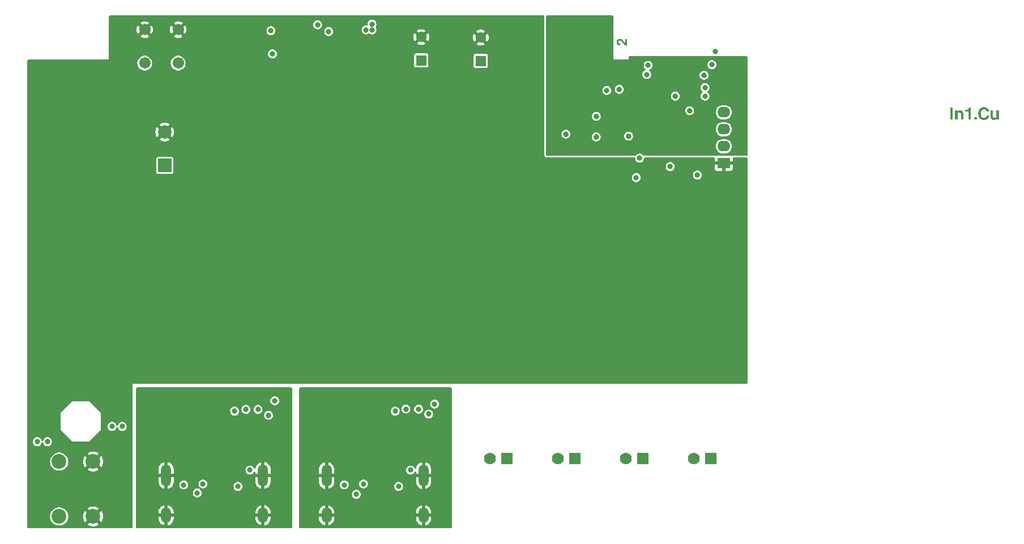
<source format=gbr>
%TF.GenerationSoftware,KiCad,Pcbnew,7.0.9-7.0.9~ubuntu22.04.1*%
%TF.CreationDate,2023-12-27T17:21:17-08:00*%
%TF.ProjectId,NX-J401-Adapter,4e582d4a-3430-4312-9d41-646170746572,1*%
%TF.SameCoordinates,Original*%
%TF.FileFunction,Copper,L2,Inr*%
%TF.FilePolarity,Positive*%
%FSLAX46Y46*%
G04 Gerber Fmt 4.6, Leading zero omitted, Abs format (unit mm)*
G04 Created by KiCad (PCBNEW 7.0.9-7.0.9~ubuntu22.04.1) date 2023-12-27 17:21:17*
%MOMM*%
%LPD*%
G01*
G04 APERTURE LIST*
%ADD10C,0.300000*%
%TA.AperFunction,NonConductor*%
%ADD11C,0.300000*%
%TD*%
%TA.AperFunction,ComponentPad*%
%ADD12R,1.778000X1.778000*%
%TD*%
%TA.AperFunction,ComponentPad*%
%ADD13C,1.778000*%
%TD*%
%TA.AperFunction,ComponentPad*%
%ADD14R,2.000000X2.000000*%
%TD*%
%TA.AperFunction,ComponentPad*%
%ADD15C,2.000000*%
%TD*%
%TA.AperFunction,ComponentPad*%
%ADD16C,2.200000*%
%TD*%
%TA.AperFunction,ComponentPad*%
%ADD17R,1.600000X1.600000*%
%TD*%
%TA.AperFunction,ComponentPad*%
%ADD18C,1.600000*%
%TD*%
%TA.AperFunction,ComponentPad*%
%ADD19O,1.500000X3.300000*%
%TD*%
%TA.AperFunction,ComponentPad*%
%ADD20O,1.500000X2.300000*%
%TD*%
%TA.AperFunction,ComponentPad*%
%ADD21C,1.701800*%
%TD*%
%TA.AperFunction,ComponentPad*%
%ADD22R,1.905000X1.600200*%
%TD*%
%TA.AperFunction,ComponentPad*%
%ADD23O,1.905000X1.600200*%
%TD*%
%TA.AperFunction,ViaPad*%
%ADD24C,0.812800*%
%TD*%
G04 APERTURE END LIST*
D10*
D11*
G36*
X359350399Y-95029267D02*
G01*
X359350399Y-96852741D01*
X358975195Y-96852741D01*
X358975195Y-95029267D01*
X359350399Y-95029267D01*
G37*
G36*
X359708667Y-95502180D02*
G01*
X360059118Y-95502180D01*
X360059118Y-95697165D01*
X360077698Y-95670819D01*
X360097177Y-95646173D01*
X360117555Y-95623226D01*
X360138832Y-95601979D01*
X360161008Y-95582432D01*
X360184084Y-95564585D01*
X360208058Y-95548438D01*
X360232932Y-95533990D01*
X360258704Y-95521242D01*
X360285376Y-95510194D01*
X360312946Y-95500845D01*
X360341416Y-95493196D01*
X360370785Y-95487247D01*
X360401053Y-95482998D01*
X360432220Y-95480448D01*
X360464286Y-95479598D01*
X360490779Y-95480077D01*
X360516519Y-95481512D01*
X360541507Y-95483904D01*
X360565740Y-95487252D01*
X360589221Y-95491558D01*
X360611949Y-95496820D01*
X360633923Y-95503038D01*
X360655145Y-95510214D01*
X360675613Y-95518346D01*
X360695328Y-95527435D01*
X360714289Y-95537481D01*
X360732498Y-95548484D01*
X360749953Y-95560443D01*
X360766655Y-95573359D01*
X360782604Y-95587231D01*
X360797800Y-95602061D01*
X360812209Y-95617760D01*
X360825688Y-95634244D01*
X360838238Y-95651511D01*
X360849858Y-95669562D01*
X360860548Y-95688396D01*
X360870309Y-95708014D01*
X360879140Y-95728416D01*
X360887041Y-95749602D01*
X360894013Y-95771571D01*
X360900056Y-95794324D01*
X360905169Y-95817861D01*
X360909352Y-95842182D01*
X360912605Y-95867286D01*
X360914929Y-95893174D01*
X360916324Y-95919845D01*
X360916788Y-95947301D01*
X360916788Y-96852741D01*
X360566772Y-96852741D01*
X360566772Y-96019823D01*
X360565893Y-95990427D01*
X360563257Y-95962927D01*
X360558864Y-95937324D01*
X360552713Y-95913618D01*
X360544804Y-95891808D01*
X360535138Y-95871895D01*
X360523715Y-95853878D01*
X360510535Y-95837757D01*
X360495597Y-95823534D01*
X360478901Y-95811206D01*
X360460448Y-95800776D01*
X360440238Y-95792241D01*
X360418271Y-95785603D01*
X360394546Y-95780862D01*
X360369063Y-95778017D01*
X360341823Y-95777069D01*
X360318323Y-95777707D01*
X360295701Y-95779619D01*
X360273957Y-95782806D01*
X360253091Y-95787268D01*
X360233102Y-95793004D01*
X360213992Y-95800016D01*
X360195759Y-95808302D01*
X360178404Y-95817863D01*
X360161927Y-95828699D01*
X360146328Y-95840809D01*
X360136416Y-95849591D01*
X360122602Y-95863609D01*
X360110147Y-95878466D01*
X360099050Y-95894163D01*
X360089312Y-95910700D01*
X360080933Y-95928077D01*
X360073913Y-95946293D01*
X360068251Y-95965349D01*
X360063949Y-95985244D01*
X360061005Y-96005980D01*
X360059419Y-96027554D01*
X360059118Y-96042404D01*
X360059118Y-96852741D01*
X359708667Y-96852741D01*
X359708667Y-95502180D01*
G37*
G36*
X361666762Y-95629419D02*
G01*
X361241618Y-95629419D01*
X361241618Y-95397088D01*
X361270019Y-95396778D01*
X361297682Y-95395847D01*
X361324607Y-95394294D01*
X361350794Y-95392121D01*
X361376244Y-95389328D01*
X361400955Y-95385913D01*
X361424929Y-95381877D01*
X361448164Y-95377221D01*
X361470662Y-95371943D01*
X361492422Y-95366045D01*
X361513444Y-95359526D01*
X361533728Y-95352386D01*
X361553274Y-95344626D01*
X361572082Y-95336244D01*
X361590153Y-95327241D01*
X361607485Y-95317618D01*
X361624079Y-95307374D01*
X361639936Y-95296509D01*
X361655055Y-95285023D01*
X361669435Y-95272916D01*
X361683078Y-95260188D01*
X361695983Y-95246840D01*
X361708150Y-95232870D01*
X361719579Y-95218280D01*
X361730271Y-95203069D01*
X361740224Y-95187237D01*
X361749439Y-95170784D01*
X361757917Y-95153711D01*
X361765656Y-95136016D01*
X361772658Y-95117701D01*
X361778922Y-95098764D01*
X361784448Y-95079207D01*
X362016779Y-95079207D01*
X362016779Y-96852741D01*
X361666762Y-96852741D01*
X361666762Y-95629419D01*
G37*
G36*
X362954354Y-96487525D02*
G01*
X362954354Y-96852741D01*
X362579150Y-96852741D01*
X362579150Y-96487525D01*
X362954354Y-96487525D01*
G37*
G36*
X364414349Y-95647224D02*
G01*
X364409708Y-95627053D01*
X364404580Y-95607521D01*
X364398964Y-95588630D01*
X364392860Y-95570380D01*
X364386268Y-95552770D01*
X364379189Y-95535800D01*
X364371622Y-95519471D01*
X364363567Y-95503781D01*
X364345995Y-95474324D01*
X364326472Y-95447429D01*
X364304998Y-95423095D01*
X364281573Y-95401322D01*
X364256197Y-95382111D01*
X364228871Y-95365462D01*
X364199594Y-95351374D01*
X364168366Y-95339847D01*
X364135187Y-95330882D01*
X364117866Y-95327360D01*
X364100057Y-95324478D01*
X364081761Y-95322237D01*
X364062977Y-95320636D01*
X364043705Y-95319675D01*
X364023946Y-95319355D01*
X363996480Y-95320020D01*
X363969778Y-95322015D01*
X363943839Y-95325340D01*
X363918664Y-95329995D01*
X363894252Y-95335979D01*
X363870603Y-95343294D01*
X363847718Y-95351938D01*
X363825596Y-95361913D01*
X363804237Y-95373217D01*
X363783642Y-95385852D01*
X363763810Y-95399816D01*
X363744741Y-95415110D01*
X363726436Y-95431734D01*
X363708894Y-95449689D01*
X363692116Y-95468973D01*
X363676101Y-95489586D01*
X363660956Y-95511330D01*
X363646788Y-95534112D01*
X363633597Y-95557932D01*
X363621383Y-95582790D01*
X363610147Y-95608687D01*
X363599887Y-95635621D01*
X363590605Y-95663594D01*
X363582300Y-95692605D01*
X363574971Y-95722654D01*
X363568620Y-95753741D01*
X363563246Y-95785866D01*
X363558849Y-95819030D01*
X363555429Y-95853232D01*
X363554086Y-95870722D01*
X363552987Y-95888471D01*
X363552132Y-95906481D01*
X363551521Y-95924749D01*
X363551155Y-95943278D01*
X363551033Y-95962065D01*
X363551151Y-95980557D01*
X363551506Y-95998795D01*
X363552097Y-96016778D01*
X363552926Y-96034506D01*
X363553991Y-96051980D01*
X363556830Y-96086165D01*
X363560616Y-96119332D01*
X363565349Y-96151481D01*
X363571029Y-96182612D01*
X363577655Y-96212726D01*
X363585227Y-96241821D01*
X363593746Y-96269899D01*
X363603212Y-96296959D01*
X363613624Y-96323001D01*
X363624983Y-96348026D01*
X363637288Y-96372033D01*
X363650540Y-96395021D01*
X363664738Y-96416992D01*
X363672192Y-96427596D01*
X363687766Y-96447895D01*
X363704090Y-96466884D01*
X363721164Y-96484563D01*
X363738987Y-96500933D01*
X363757561Y-96515993D01*
X363776884Y-96529743D01*
X363796956Y-96542184D01*
X363817779Y-96553316D01*
X363839351Y-96563137D01*
X363861674Y-96571650D01*
X363884746Y-96578852D01*
X363908567Y-96584745D01*
X363933139Y-96589329D01*
X363958460Y-96592603D01*
X363984531Y-96594567D01*
X364011352Y-96595222D01*
X364032955Y-96594851D01*
X364054012Y-96593736D01*
X364074522Y-96591879D01*
X364094487Y-96589278D01*
X364113905Y-96585935D01*
X364132776Y-96581848D01*
X364151102Y-96577019D01*
X364168881Y-96571446D01*
X364186115Y-96565131D01*
X364202801Y-96558072D01*
X364218942Y-96550271D01*
X364234537Y-96541726D01*
X364249585Y-96532439D01*
X364264087Y-96522408D01*
X364278043Y-96511635D01*
X364291452Y-96500118D01*
X364304248Y-96487918D01*
X364316361Y-96475094D01*
X364327793Y-96461645D01*
X364338543Y-96447572D01*
X364348611Y-96432875D01*
X364357996Y-96417554D01*
X364366700Y-96401608D01*
X364374722Y-96385038D01*
X364382062Y-96367844D01*
X364388721Y-96350026D01*
X364394697Y-96331583D01*
X364399991Y-96312516D01*
X364404603Y-96292825D01*
X364408534Y-96272510D01*
X364411782Y-96251570D01*
X364414349Y-96230006D01*
X364779565Y-96230006D01*
X364778264Y-96249422D01*
X364776588Y-96268586D01*
X364774536Y-96287498D01*
X364772108Y-96306158D01*
X364769304Y-96324567D01*
X364766125Y-96342723D01*
X364762570Y-96360628D01*
X364758639Y-96378280D01*
X364754332Y-96395681D01*
X364749650Y-96412830D01*
X364744592Y-96429726D01*
X364739158Y-96446371D01*
X364733348Y-96462764D01*
X364720602Y-96494795D01*
X364706353Y-96525817D01*
X364690601Y-96555833D01*
X364673345Y-96584840D01*
X364654587Y-96612840D01*
X364634326Y-96639832D01*
X364612562Y-96665817D01*
X364589295Y-96690794D01*
X364564525Y-96714763D01*
X364551576Y-96726370D01*
X364538339Y-96737671D01*
X364524847Y-96748614D01*
X364497097Y-96769423D01*
X364468325Y-96788797D01*
X364453556Y-96797946D01*
X364438532Y-96806736D01*
X364423253Y-96815167D01*
X364407718Y-96823239D01*
X364391928Y-96830953D01*
X364375883Y-96838308D01*
X364359582Y-96845304D01*
X364343026Y-96851942D01*
X364326215Y-96858220D01*
X364309149Y-96864140D01*
X364291827Y-96869701D01*
X364274250Y-96874903D01*
X364256417Y-96879747D01*
X364238330Y-96884231D01*
X364219987Y-96888357D01*
X364201388Y-96892124D01*
X364182535Y-96895533D01*
X364163426Y-96898582D01*
X364144062Y-96901273D01*
X364124442Y-96903605D01*
X364104568Y-96905579D01*
X364084437Y-96907193D01*
X364064052Y-96908449D01*
X364043411Y-96909346D01*
X364022515Y-96909884D01*
X364001364Y-96910063D01*
X363977769Y-96909813D01*
X363954481Y-96909062D01*
X363931499Y-96907811D01*
X363908825Y-96906060D01*
X363886458Y-96903808D01*
X363864398Y-96901056D01*
X363842645Y-96897803D01*
X363821199Y-96894050D01*
X363800060Y-96889796D01*
X363779228Y-96885042D01*
X363758703Y-96879788D01*
X363738485Y-96874033D01*
X363718574Y-96867778D01*
X363698971Y-96861022D01*
X363679674Y-96853766D01*
X363660684Y-96846009D01*
X363642002Y-96837752D01*
X363623626Y-96828995D01*
X363605557Y-96819737D01*
X363587796Y-96809979D01*
X363570341Y-96799720D01*
X363553194Y-96788961D01*
X363536353Y-96777702D01*
X363519820Y-96765942D01*
X363503594Y-96753682D01*
X363487674Y-96740921D01*
X363472062Y-96727660D01*
X363456757Y-96713898D01*
X363441758Y-96699636D01*
X363427067Y-96684874D01*
X363412683Y-96669611D01*
X363398606Y-96653848D01*
X363384900Y-96637654D01*
X363371629Y-96621101D01*
X363358793Y-96604189D01*
X363346393Y-96586917D01*
X363334427Y-96569285D01*
X363322897Y-96551294D01*
X363311801Y-96532943D01*
X363301141Y-96514232D01*
X363290916Y-96495162D01*
X363281126Y-96475732D01*
X363271771Y-96455942D01*
X363262851Y-96435793D01*
X363254366Y-96415284D01*
X363246317Y-96394416D01*
X363238702Y-96373188D01*
X363231523Y-96351600D01*
X363224779Y-96329653D01*
X363218470Y-96307346D01*
X363212596Y-96284679D01*
X363207157Y-96261653D01*
X363202153Y-96238267D01*
X363197584Y-96214522D01*
X363193451Y-96190417D01*
X363189752Y-96165952D01*
X363186489Y-96141128D01*
X363183661Y-96115944D01*
X363181268Y-96090401D01*
X363179310Y-96064497D01*
X363177787Y-96038235D01*
X363176699Y-96011612D01*
X363176046Y-95984630D01*
X363175829Y-95957289D01*
X363176048Y-95929785D01*
X363176707Y-95902644D01*
X363177806Y-95875865D01*
X363179343Y-95849449D01*
X363181321Y-95823394D01*
X363183737Y-95797702D01*
X363186593Y-95772372D01*
X363189888Y-95747403D01*
X363193622Y-95722798D01*
X363197796Y-95698554D01*
X363202410Y-95674672D01*
X363207462Y-95651153D01*
X363212954Y-95627996D01*
X363218885Y-95605201D01*
X363225256Y-95582768D01*
X363232066Y-95560697D01*
X363239315Y-95538989D01*
X363247004Y-95517642D01*
X363255132Y-95496658D01*
X363263699Y-95476036D01*
X363272706Y-95455776D01*
X363282152Y-95435879D01*
X363292037Y-95416343D01*
X363302362Y-95397170D01*
X363313126Y-95378359D01*
X363324330Y-95359910D01*
X363335973Y-95341823D01*
X363348055Y-95324098D01*
X363360577Y-95306736D01*
X363373537Y-95289735D01*
X363386938Y-95273097D01*
X363400777Y-95256821D01*
X363415020Y-95240978D01*
X363429574Y-95225637D01*
X363444441Y-95210800D01*
X363459620Y-95196465D01*
X363475111Y-95182634D01*
X363490914Y-95169305D01*
X363507029Y-95156479D01*
X363523457Y-95144157D01*
X363540196Y-95132337D01*
X363557248Y-95121020D01*
X363574612Y-95110207D01*
X363592288Y-95099896D01*
X363610276Y-95090088D01*
X363628576Y-95080783D01*
X363647188Y-95071981D01*
X363666112Y-95063682D01*
X363685349Y-95055886D01*
X363704898Y-95048593D01*
X363724758Y-95041803D01*
X363744931Y-95035516D01*
X363765416Y-95029732D01*
X363786214Y-95024451D01*
X363807323Y-95019673D01*
X363828744Y-95015398D01*
X363850478Y-95011625D01*
X363872523Y-95008356D01*
X363894881Y-95005590D01*
X363917551Y-95003326D01*
X363940533Y-95001566D01*
X363963827Y-95000309D01*
X363987434Y-94999554D01*
X364011352Y-94999303D01*
X364031405Y-94999471D01*
X364051230Y-94999978D01*
X364070828Y-95000822D01*
X364090198Y-95002003D01*
X364109341Y-95003522D01*
X364128257Y-95005379D01*
X364146946Y-95007573D01*
X364165407Y-95010105D01*
X364183641Y-95012974D01*
X364201648Y-95016181D01*
X364219427Y-95019726D01*
X364236979Y-95023608D01*
X364254304Y-95027828D01*
X364271402Y-95032385D01*
X364288272Y-95037280D01*
X364304915Y-95042512D01*
X364337518Y-95053989D01*
X364369213Y-95066817D01*
X364399998Y-95080995D01*
X364429874Y-95096523D01*
X364458841Y-95113402D01*
X364486898Y-95131631D01*
X364514046Y-95151210D01*
X364540285Y-95172140D01*
X364565413Y-95194199D01*
X364589120Y-95217276D01*
X364611405Y-95241371D01*
X364632268Y-95266483D01*
X364651710Y-95292614D01*
X364669730Y-95319762D01*
X364686329Y-95347928D01*
X364701506Y-95377112D01*
X364715262Y-95407314D01*
X364727596Y-95438533D01*
X364738508Y-95470771D01*
X364747999Y-95504026D01*
X364752212Y-95521035D01*
X364756069Y-95538299D01*
X364759570Y-95555817D01*
X364762717Y-95573589D01*
X364765508Y-95591616D01*
X364767943Y-95609898D01*
X364770023Y-95628434D01*
X364771748Y-95647224D01*
X364414349Y-95647224D01*
G37*
G36*
X366240862Y-96852741D02*
G01*
X365890846Y-96852741D01*
X365890846Y-96692497D01*
X365872266Y-96718843D01*
X365852787Y-96743489D01*
X365832409Y-96766436D01*
X365811131Y-96787682D01*
X365788955Y-96807229D01*
X365765880Y-96825077D01*
X365741905Y-96841224D01*
X365717032Y-96855672D01*
X365691259Y-96868420D01*
X365664588Y-96879468D01*
X365637017Y-96888817D01*
X365608547Y-96896465D01*
X365579178Y-96902415D01*
X365548911Y-96906664D01*
X365517744Y-96909213D01*
X365485678Y-96910063D01*
X365459183Y-96909585D01*
X365433437Y-96908150D01*
X365408442Y-96905758D01*
X365384196Y-96902409D01*
X365360700Y-96898104D01*
X365337953Y-96892842D01*
X365315957Y-96886623D01*
X365294710Y-96879448D01*
X365274213Y-96871315D01*
X365254466Y-96862226D01*
X365235469Y-96852181D01*
X365217221Y-96841178D01*
X365199724Y-96829219D01*
X365182976Y-96816303D01*
X365166977Y-96802430D01*
X365151729Y-96787601D01*
X365137320Y-96771901D01*
X365123841Y-96755418D01*
X365111291Y-96738151D01*
X365099672Y-96720100D01*
X365088981Y-96701266D01*
X365079220Y-96681647D01*
X365070389Y-96661245D01*
X365062488Y-96640060D01*
X365055516Y-96618090D01*
X365049473Y-96595337D01*
X365044361Y-96571801D01*
X365040177Y-96547480D01*
X365036924Y-96522376D01*
X365034600Y-96496488D01*
X365033205Y-96469817D01*
X365032741Y-96442361D01*
X365032741Y-95502180D01*
X365383191Y-95502180D01*
X365383191Y-96369839D01*
X365384070Y-96399235D01*
X365386706Y-96426735D01*
X365391100Y-96452337D01*
X365397251Y-96476044D01*
X365405159Y-96497854D01*
X365414825Y-96517767D01*
X365426248Y-96535784D01*
X365439429Y-96551904D01*
X365454367Y-96566128D01*
X365471062Y-96578455D01*
X365489515Y-96588886D01*
X365509725Y-96597421D01*
X365531693Y-96604058D01*
X365555418Y-96608800D01*
X365580900Y-96611644D01*
X365608140Y-96612593D01*
X365631636Y-96611955D01*
X365654247Y-96610043D01*
X365675972Y-96606856D01*
X365696811Y-96602394D01*
X365716765Y-96596658D01*
X365735834Y-96589646D01*
X365754017Y-96581360D01*
X365771315Y-96571799D01*
X365787727Y-96560963D01*
X365803253Y-96548853D01*
X365813113Y-96540071D01*
X365827004Y-96526053D01*
X365839530Y-96511195D01*
X365850689Y-96495498D01*
X365860481Y-96478962D01*
X365868907Y-96461585D01*
X365875967Y-96443369D01*
X365881661Y-96424313D01*
X365885988Y-96404417D01*
X365888948Y-96383682D01*
X365890542Y-96362107D01*
X365890846Y-96347257D01*
X365890846Y-95502180D01*
X366240862Y-95502180D01*
X366240862Y-96852741D01*
G37*
D10*
D11*
G36*
X309588069Y-84765363D02*
G01*
X309603549Y-84765573D01*
X309618849Y-84766205D01*
X309633969Y-84767256D01*
X309648908Y-84768729D01*
X309663667Y-84770622D01*
X309678246Y-84772937D01*
X309692644Y-84775671D01*
X309713904Y-84780563D01*
X309734757Y-84786400D01*
X309755205Y-84793185D01*
X309775248Y-84800916D01*
X309794884Y-84809594D01*
X309814115Y-84819219D01*
X309832788Y-84829502D01*
X309850888Y-84840295D01*
X309868414Y-84851596D01*
X309885367Y-84863406D01*
X309901748Y-84875724D01*
X309917555Y-84888552D01*
X309932788Y-84901888D01*
X309947449Y-84915733D01*
X309961537Y-84930086D01*
X309975051Y-84944949D01*
X309983742Y-84955140D01*
X309996497Y-84970631D01*
X310009073Y-84986193D01*
X310021468Y-85001827D01*
X310033682Y-85017530D01*
X310045716Y-85033305D01*
X310057570Y-85049151D01*
X310069244Y-85065067D01*
X310080737Y-85081055D01*
X310092050Y-85097113D01*
X310103182Y-85113242D01*
X310110504Y-85124034D01*
X310121451Y-85140191D01*
X310132585Y-85156238D01*
X310143905Y-85172176D01*
X310155412Y-85188004D01*
X310167106Y-85203723D01*
X310178987Y-85219333D01*
X310191054Y-85234833D01*
X310203309Y-85250223D01*
X310215750Y-85265504D01*
X310228377Y-85280676D01*
X310236900Y-85290729D01*
X310249774Y-85305364D01*
X310262707Y-85319181D01*
X310275697Y-85332180D01*
X310288746Y-85344362D01*
X310301852Y-85355725D01*
X310315017Y-85366271D01*
X310328239Y-85375998D01*
X310341520Y-85384908D01*
X310354858Y-85393000D01*
X310368254Y-85400274D01*
X310377217Y-85404669D01*
X310377217Y-84771591D01*
X310641000Y-84771591D01*
X310641000Y-85788618D01*
X310615504Y-85787049D01*
X310590676Y-85784995D01*
X310566514Y-85782458D01*
X310543020Y-85779436D01*
X310520192Y-85775932D01*
X310498032Y-85771943D01*
X310476538Y-85767471D01*
X310455711Y-85762515D01*
X310435551Y-85757075D01*
X310416058Y-85751152D01*
X310397231Y-85744745D01*
X310379072Y-85737854D01*
X310361579Y-85730480D01*
X310344754Y-85722621D01*
X310328595Y-85714279D01*
X310313103Y-85705454D01*
X310297855Y-85695884D01*
X310282518Y-85685401D01*
X310267092Y-85674005D01*
X310251577Y-85661696D01*
X310235974Y-85648474D01*
X310220282Y-85634339D01*
X310204501Y-85619291D01*
X310188631Y-85603330D01*
X310172673Y-85586456D01*
X310156626Y-85568668D01*
X310140490Y-85549968D01*
X310124266Y-85530355D01*
X310107952Y-85509828D01*
X310091550Y-85488389D01*
X310075060Y-85466036D01*
X310058480Y-85442771D01*
X310047760Y-85427513D01*
X310037215Y-85412606D01*
X310026846Y-85398049D01*
X310016652Y-85383843D01*
X310006633Y-85369988D01*
X309996789Y-85356483D01*
X309987121Y-85343329D01*
X309977628Y-85330526D01*
X309968311Y-85318073D01*
X309959168Y-85305971D01*
X309950201Y-85294219D01*
X309932793Y-85271768D01*
X309916087Y-85250719D01*
X309900081Y-85231073D01*
X309884777Y-85212829D01*
X309870174Y-85195988D01*
X309856272Y-85180549D01*
X309843071Y-85166513D01*
X309830572Y-85153879D01*
X309818774Y-85142647D01*
X309807677Y-85132819D01*
X309802392Y-85128430D01*
X309786369Y-85116318D01*
X309769625Y-85105396D01*
X309752160Y-85095667D01*
X309733973Y-85087128D01*
X309715065Y-85079781D01*
X309695436Y-85073626D01*
X309675086Y-85068662D01*
X309654014Y-85064889D01*
X309632221Y-85062307D01*
X309617292Y-85061248D01*
X309602042Y-85060719D01*
X309594297Y-85060653D01*
X309573761Y-85061145D01*
X309554055Y-85062623D01*
X309535181Y-85065087D01*
X309517137Y-85068535D01*
X309499924Y-85072969D01*
X309483542Y-85078388D01*
X309467990Y-85084793D01*
X309453269Y-85092183D01*
X309439379Y-85100558D01*
X309426320Y-85109919D01*
X309418076Y-85116706D01*
X309406552Y-85127531D01*
X309396162Y-85139122D01*
X309386906Y-85151479D01*
X309378783Y-85164603D01*
X309371793Y-85178493D01*
X309365937Y-85193149D01*
X309361215Y-85208572D01*
X309357625Y-85224761D01*
X309355170Y-85241716D01*
X309353847Y-85259438D01*
X309353595Y-85271678D01*
X309354210Y-85290242D01*
X309356056Y-85308013D01*
X309359131Y-85324992D01*
X309363436Y-85341179D01*
X309368971Y-85356574D01*
X309375736Y-85371176D01*
X309383731Y-85384987D01*
X309392957Y-85398005D01*
X309403412Y-85410232D01*
X309415097Y-85421666D01*
X309423571Y-85428849D01*
X309437103Y-85438866D01*
X309451594Y-85447898D01*
X309467044Y-85455945D01*
X309483454Y-85463007D01*
X309500824Y-85469083D01*
X309519153Y-85474173D01*
X309538442Y-85478279D01*
X309558691Y-85481399D01*
X309579899Y-85483534D01*
X309594570Y-85484410D01*
X309609669Y-85484848D01*
X309617378Y-85484903D01*
X309666104Y-85484903D01*
X309666104Y-85767736D01*
X309651035Y-85768702D01*
X309636371Y-85769265D01*
X309620664Y-85769539D01*
X309613348Y-85769568D01*
X309598681Y-85769441D01*
X309569958Y-85768428D01*
X309542052Y-85766401D01*
X309514961Y-85763362D01*
X309488685Y-85759309D01*
X309463226Y-85754242D01*
X309438582Y-85748163D01*
X309414754Y-85741071D01*
X309391742Y-85732965D01*
X309369546Y-85723846D01*
X309348165Y-85713713D01*
X309327600Y-85702568D01*
X309307850Y-85690409D01*
X309288917Y-85677237D01*
X309270799Y-85663052D01*
X309253497Y-85647854D01*
X309245152Y-85639875D01*
X309229180Y-85623262D01*
X309214240Y-85605849D01*
X309200329Y-85587633D01*
X309187449Y-85568617D01*
X309175600Y-85548799D01*
X309164780Y-85528179D01*
X309154992Y-85506758D01*
X309146233Y-85484536D01*
X309138505Y-85461512D01*
X309131808Y-85437687D01*
X309126140Y-85413061D01*
X309121504Y-85387633D01*
X309117897Y-85361403D01*
X309115321Y-85334373D01*
X309113776Y-85306540D01*
X309113260Y-85277907D01*
X309113386Y-85263234D01*
X309114391Y-85234462D01*
X309116400Y-85206458D01*
X309119414Y-85179222D01*
X309123432Y-85152752D01*
X309128456Y-85127049D01*
X309134484Y-85102113D01*
X309141516Y-85077945D01*
X309149553Y-85054543D01*
X309158595Y-85031909D01*
X309168641Y-85010041D01*
X309179692Y-84988941D01*
X309191748Y-84968608D01*
X309204808Y-84949042D01*
X309218873Y-84930243D01*
X309233943Y-84912211D01*
X309241854Y-84903482D01*
X309258276Y-84886757D01*
X309275394Y-84871111D01*
X309293207Y-84856543D01*
X309311715Y-84843055D01*
X309330920Y-84830646D01*
X309350819Y-84819316D01*
X309371414Y-84809065D01*
X309392705Y-84799893D01*
X309414691Y-84791800D01*
X309437373Y-84784786D01*
X309460750Y-84778851D01*
X309484823Y-84773996D01*
X309509591Y-84770219D01*
X309535055Y-84767521D01*
X309561214Y-84765903D01*
X309588069Y-84765363D01*
G37*
D12*
%TO.N,/CAN_FD_DC2_L*%
%TO.C,J10*%
X302895000Y-147574000D03*
D13*
%TO.N,/CAN_FD_DC2_H*%
X300355000Y-147574000D03*
%TD*%
D14*
%TO.N,/Power Supply/V_IN*%
%TO.C,C8*%
X241554000Y-103713677D03*
D15*
%TO.N,GND*%
X241554000Y-98713677D03*
%TD*%
D16*
%TO.N,/Power Supply/V_{BAT}*%
%TO.C,J13*%
X225774000Y-148004000D03*
X225774000Y-156204000D03*
%TO.N,GND*%
X230854000Y-148004000D03*
X230854000Y-156204000D03*
%TD*%
D17*
%TO.N,/Power Supply/+18V*%
%TO.C,C3*%
X279908000Y-88012651D03*
D18*
%TO.N,GND*%
X279908000Y-84512651D03*
%TD*%
D12*
%TO.N,/CAN_FD2_L*%
%TO.C,J9*%
X292735000Y-147574000D03*
D13*
%TO.N,/CAN_FD2_H*%
X290195000Y-147574000D03*
%TD*%
D17*
%TO.N,/Power Supply/+18V*%
%TO.C,C4*%
X288798000Y-88082000D03*
D18*
%TO.N,GND*%
X288798000Y-84582000D03*
%TD*%
D12*
%TO.N,/CAN_FD1_L*%
%TO.C,J11*%
X313055000Y-147574000D03*
D13*
%TO.N,/CAN_FD1_H*%
X310515000Y-147574000D03*
%TD*%
D19*
%TO.N,/MIPI-HDMI-1/GND_MIPI*%
%TO.C,J14*%
X256250000Y-150075000D03*
X241750000Y-150075000D03*
D20*
X256250000Y-156035000D03*
X241750000Y-156035000D03*
%TD*%
D21*
%TO.N,/Power Supply/+18V*%
%TO.C,J2*%
X238561113Y-88406784D03*
X243561113Y-88406784D03*
%TO.N,GND*%
X238561113Y-83406784D03*
X243561113Y-83406784D03*
%TD*%
D19*
%TO.N,/MIPI-HDMI-2/GND_MIPI*%
%TO.C,J15*%
X280250000Y-150075000D03*
X265750000Y-150075000D03*
D20*
X280250000Y-156035000D03*
X265750000Y-156035000D03*
%TD*%
D12*
%TO.N,/CAN_FD_DC1_L*%
%TO.C,J12*%
X323215000Y-147574000D03*
D13*
%TO.N,/CAN_FD_DC1_H*%
X320675000Y-147574000D03*
%TD*%
D22*
%TO.N,GND*%
%TO.C,J4*%
X325120000Y-103378000D03*
D23*
%TO.N,/FAN_PWR*%
X325120000Y-100838000D03*
%TO.N,/FAN_PWM*%
X325120000Y-98298000D03*
%TO.N,/FAN_TACH*%
X325120000Y-95758000D03*
%TD*%
D24*
%TO.N,GND*%
X317072448Y-105693329D03*
X276631400Y-84556600D03*
X235966000Y-157327600D03*
X224028000Y-136652000D03*
X309499000Y-92329000D03*
X233680000Y-137160000D03*
X276606000Y-82829400D03*
X306070000Y-99441000D03*
X222504000Y-136652000D03*
X234645200Y-96520000D03*
X320014600Y-95529400D03*
X317881000Y-93345000D03*
X301523400Y-99034600D03*
X308803000Y-105217000D03*
X276606000Y-83693000D03*
X323874000Y-86638000D03*
X306070000Y-96367600D03*
X264349000Y-88330000D03*
X253619000Y-84836000D03*
X261416800Y-83566000D03*
X257404907Y-88007497D03*
X322173600Y-90220800D03*
X259399000Y-88327000D03*
X310896000Y-99339400D03*
X235204000Y-137160000D03*
%TO.N,/Power Supply/V_{BAT}*%
X235204000Y-142748000D03*
X233680000Y-142748000D03*
X224028000Y-145034000D03*
X222504000Y-145034000D03*
X312547000Y-102616000D03*
%TO.N,/Power Supply/V_IN*%
X264414000Y-82677000D03*
%TO.N,/MIPI-HDMI-2/GND_MIPI*%
X265988800Y-143992600D03*
X269036800Y-143992600D03*
X272034000Y-144018000D03*
X269353863Y-151830101D03*
X277520400Y-151384000D03*
X275031200Y-140893800D03*
X274015200Y-151231600D03*
X272516600Y-151231600D03*
X275564600Y-151231600D03*
%TO.N,/MIPI-HDMI-2/PWR_DN_LS*%
X276504400Y-151714200D03*
X275996400Y-140462000D03*
%TO.N,/MIPI-HDMI-2/CAM_MCLK*%
X277600373Y-140153144D03*
X278282400Y-149275800D03*
%TO.N,/MIPI-HDMI-2/CAM_SCL*%
X279500000Y-140167456D03*
X271272000Y-151358600D03*
%TO.N,/MIPI-HDMI-2/CAM_SDA*%
X270200000Y-152900000D03*
X281000000Y-140900000D03*
%TO.N,/MIPI-HDMI-2/CAM_3V3*%
X268397697Y-151498766D03*
X281900000Y-139400000D03*
%TO.N,/MIPI-HDMI-1/GND_MIPI*%
X250012200Y-151231600D03*
X248513600Y-151231600D03*
X241985800Y-143992600D03*
X245350863Y-151830101D03*
X245033800Y-143992600D03*
X251561600Y-151231600D03*
X248031000Y-144018000D03*
X253517400Y-151384000D03*
X251028200Y-140893800D03*
%TO.N,/MIPI-HDMI-1/PWR_DN_LS*%
X251993400Y-140462000D03*
X252501400Y-151714200D03*
%TO.N,/MIPI-HDMI-1/CAM_MCLK*%
X253700000Y-140200000D03*
X254279400Y-149275800D03*
%TO.N,/MIPI-HDMI-1/CAM_SCL*%
X255500000Y-140200000D03*
X247269000Y-151358600D03*
%TO.N,/MIPI-HDMI-1/CAM_SDA*%
X246422546Y-152700000D03*
X257082013Y-141082013D03*
%TO.N,/MIPI-HDMI-1/CAM_3V3*%
X258000000Y-138900000D03*
X244394697Y-151498766D03*
%TO.N,Net-(D4-K-Pad3)*%
X312039000Y-105537000D03*
%TO.N,Net-(U1-I_{SEN})*%
X257429000Y-83566000D03*
%TO.N,Net-(U1-FA{slash}SD)*%
X266065000Y-83693000D03*
%TO.N,Net-(Q1-S-Pad1)*%
X271653000Y-83439000D03*
X272542000Y-82579897D03*
X272542000Y-83439000D03*
%TO.N,Net-(U1-FB)*%
X257648472Y-87025299D03*
%TO.N,+3V3*%
X317881000Y-89535000D03*
X309753000Y-88519000D03*
X318770000Y-87942412D03*
X299974000Y-99060000D03*
%TO.N,/FAN_PWM*%
X307640500Y-92502500D03*
%TO.N,/Fan Control/I2C_SDA*%
X313594929Y-90104797D03*
X323350000Y-88638000D03*
X322326000Y-93345000D03*
%TO.N,/Fan Control/I2C_SCL*%
X313817000Y-88738456D03*
X322326000Y-92075000D03*
%TO.N,Net-(U5-IN)*%
X317119000Y-103886000D03*
%TO.N,Net-(U5-GND)*%
X321183000Y-105156000D03*
%TD*%
%TA.AperFunction,Conductor*%
%TO.N,+3V3*%
G36*
X308553039Y-81299685D02*
G01*
X308598794Y-81352489D01*
X308610000Y-81404000D01*
X308610000Y-87884000D01*
X310896000Y-87884000D01*
X310896000Y-87500000D01*
X310915685Y-87432961D01*
X310968489Y-87387206D01*
X311020000Y-87376000D01*
X328552000Y-87376000D01*
X328619039Y-87395685D01*
X328664794Y-87448489D01*
X328676000Y-87500000D01*
X328676000Y-102111000D01*
X328656315Y-102178039D01*
X328603511Y-102223794D01*
X328552000Y-102235000D01*
X313152148Y-102235000D01*
X313085109Y-102215315D01*
X313050097Y-102181438D01*
X313045325Y-102174524D01*
X313031765Y-102162511D01*
X312925191Y-102068095D01*
X312783080Y-101993509D01*
X312783079Y-101993508D01*
X312783076Y-101993507D01*
X312627248Y-101955100D01*
X312466752Y-101955100D01*
X312310923Y-101993507D01*
X312168809Y-102068095D01*
X312048674Y-102174524D01*
X312043903Y-102181438D01*
X311989621Y-102225429D01*
X311941852Y-102235000D01*
X298701000Y-102235000D01*
X298633961Y-102215315D01*
X298588206Y-102162511D01*
X298577000Y-102111000D01*
X298577000Y-100838000D01*
X323907897Y-100838000D01*
X323928258Y-101044736D01*
X323988563Y-101243535D01*
X324086485Y-101426733D01*
X324086489Y-101426740D01*
X324218276Y-101587323D01*
X324378859Y-101719110D01*
X324378866Y-101719114D01*
X324562064Y-101817036D01*
X324562066Y-101817036D01*
X324562069Y-101817038D01*
X324760862Y-101877341D01*
X324760861Y-101877341D01*
X324799593Y-101881155D01*
X324915789Y-101892600D01*
X324915792Y-101892600D01*
X325324208Y-101892600D01*
X325324211Y-101892600D01*
X325479138Y-101877341D01*
X325677931Y-101817038D01*
X325861139Y-101719111D01*
X326021723Y-101587323D01*
X326153511Y-101426739D01*
X326251438Y-101243531D01*
X326311741Y-101044738D01*
X326332103Y-100838000D01*
X326311741Y-100631262D01*
X326251438Y-100432469D01*
X326251436Y-100432466D01*
X326251436Y-100432464D01*
X326153514Y-100249266D01*
X326153510Y-100249259D01*
X326021723Y-100088676D01*
X325861140Y-99956889D01*
X325861133Y-99956885D01*
X325677935Y-99858963D01*
X325578534Y-99828810D01*
X325479138Y-99798659D01*
X325479136Y-99798658D01*
X325479138Y-99798658D01*
X325359544Y-99786880D01*
X325324211Y-99783400D01*
X324915789Y-99783400D01*
X324877547Y-99787166D01*
X324760863Y-99798658D01*
X324562064Y-99858963D01*
X324378866Y-99956885D01*
X324378859Y-99956889D01*
X324218276Y-100088676D01*
X324086489Y-100249259D01*
X324086485Y-100249266D01*
X323988563Y-100432464D01*
X323928258Y-100631263D01*
X323907897Y-100838000D01*
X298577000Y-100838000D01*
X298577000Y-99034600D01*
X300857646Y-99034600D01*
X300876991Y-99193923D01*
X300876992Y-99193928D01*
X300910271Y-99281676D01*
X300933904Y-99343991D01*
X301025076Y-99476077D01*
X301145209Y-99582505D01*
X301287320Y-99657091D01*
X301287322Y-99657091D01*
X301287323Y-99657092D01*
X301443152Y-99695500D01*
X301603648Y-99695500D01*
X301759476Y-99657092D01*
X301759476Y-99657091D01*
X301759480Y-99657091D01*
X301901591Y-99582505D01*
X302021724Y-99476077D01*
X302045936Y-99441000D01*
X305404246Y-99441000D01*
X305423591Y-99600323D01*
X305423592Y-99600328D01*
X305480504Y-99750391D01*
X305513820Y-99798658D01*
X305555445Y-99858963D01*
X305571676Y-99882477D01*
X305691809Y-99988905D01*
X305833920Y-100063491D01*
X305833922Y-100063491D01*
X305833923Y-100063492D01*
X305989752Y-100101900D01*
X306150248Y-100101900D01*
X306306076Y-100063492D01*
X306306076Y-100063491D01*
X306306080Y-100063491D01*
X306448191Y-99988905D01*
X306568324Y-99882477D01*
X306659496Y-99750391D01*
X306716408Y-99600325D01*
X306735754Y-99441000D01*
X306723417Y-99339400D01*
X310230246Y-99339400D01*
X310249591Y-99498723D01*
X310249592Y-99498728D01*
X310306504Y-99648791D01*
X310397676Y-99780877D01*
X310517809Y-99887305D01*
X310659920Y-99961891D01*
X310659922Y-99961891D01*
X310659923Y-99961892D01*
X310815752Y-100000300D01*
X310976248Y-100000300D01*
X311132076Y-99961892D01*
X311132076Y-99961891D01*
X311132080Y-99961891D01*
X311274191Y-99887305D01*
X311394324Y-99780877D01*
X311485496Y-99648791D01*
X311542408Y-99498725D01*
X311561754Y-99339400D01*
X311542408Y-99180075D01*
X311542407Y-99180073D01*
X311542407Y-99180071D01*
X311487237Y-99034600D01*
X311485496Y-99030009D01*
X311394324Y-98897923D01*
X311274191Y-98791495D01*
X311132080Y-98716909D01*
X311132079Y-98716908D01*
X311132076Y-98716907D01*
X310976248Y-98678500D01*
X310815752Y-98678500D01*
X310659923Y-98716907D01*
X310517809Y-98791495D01*
X310397675Y-98897923D01*
X310306505Y-99030007D01*
X310306504Y-99030008D01*
X310249592Y-99180071D01*
X310249591Y-99180076D01*
X310230246Y-99339400D01*
X306723417Y-99339400D01*
X306716408Y-99281675D01*
X306716407Y-99281673D01*
X306716407Y-99281671D01*
X306677877Y-99180076D01*
X306659496Y-99131609D01*
X306568324Y-98999523D01*
X306448191Y-98893095D01*
X306306080Y-98818509D01*
X306306079Y-98818508D01*
X306306076Y-98818507D01*
X306150248Y-98780100D01*
X305989752Y-98780100D01*
X305833923Y-98818507D01*
X305691809Y-98893095D01*
X305571675Y-98999523D01*
X305480505Y-99131607D01*
X305480504Y-99131608D01*
X305423592Y-99281671D01*
X305423591Y-99281676D01*
X305404246Y-99441000D01*
X302045936Y-99441000D01*
X302112896Y-99343991D01*
X302169808Y-99193925D01*
X302189154Y-99034600D01*
X302169808Y-98875275D01*
X302169807Y-98875273D01*
X302169807Y-98875271D01*
X302133713Y-98780100D01*
X302112896Y-98725209D01*
X302021724Y-98593123D01*
X301901591Y-98486695D01*
X301759480Y-98412109D01*
X301759479Y-98412108D01*
X301759476Y-98412107D01*
X301603648Y-98373700D01*
X301443152Y-98373700D01*
X301287323Y-98412107D01*
X301145209Y-98486695D01*
X301025075Y-98593123D01*
X300933905Y-98725207D01*
X300933904Y-98725208D01*
X300876992Y-98875271D01*
X300876991Y-98875276D01*
X300857646Y-99034600D01*
X298577000Y-99034600D01*
X298577000Y-98298000D01*
X323907897Y-98298000D01*
X323928258Y-98504736D01*
X323988563Y-98703535D01*
X324086485Y-98886733D01*
X324086489Y-98886740D01*
X324218276Y-99047323D01*
X324378859Y-99179110D01*
X324378866Y-99179114D01*
X324562064Y-99277036D01*
X324562066Y-99277036D01*
X324562069Y-99277038D01*
X324760862Y-99337341D01*
X324760861Y-99337341D01*
X324781767Y-99339400D01*
X324915789Y-99352600D01*
X324915792Y-99352600D01*
X325324208Y-99352600D01*
X325324211Y-99352600D01*
X325479138Y-99337341D01*
X325677931Y-99277038D01*
X325861139Y-99179111D01*
X326021723Y-99047323D01*
X326153511Y-98886739D01*
X326251438Y-98703531D01*
X326311741Y-98504738D01*
X326332103Y-98298000D01*
X326311741Y-98091262D01*
X326251438Y-97892469D01*
X326251436Y-97892466D01*
X326251436Y-97892464D01*
X326153514Y-97709266D01*
X326153510Y-97709259D01*
X326021723Y-97548676D01*
X325861140Y-97416889D01*
X325861133Y-97416885D01*
X325677935Y-97318963D01*
X325578534Y-97288810D01*
X325479138Y-97258659D01*
X325479136Y-97258658D01*
X325479138Y-97258658D01*
X325359544Y-97246880D01*
X325324211Y-97243400D01*
X324915789Y-97243400D01*
X324877547Y-97247166D01*
X324760863Y-97258658D01*
X324562064Y-97318963D01*
X324378866Y-97416885D01*
X324378859Y-97416889D01*
X324218276Y-97548676D01*
X324086489Y-97709259D01*
X324086485Y-97709266D01*
X323988563Y-97892464D01*
X323928258Y-98091263D01*
X323907897Y-98298000D01*
X298577000Y-98298000D01*
X298577000Y-96367600D01*
X305404246Y-96367600D01*
X305423591Y-96526923D01*
X305423592Y-96526928D01*
X305466138Y-96639111D01*
X305480504Y-96676991D01*
X305571676Y-96809077D01*
X305691809Y-96915505D01*
X305833920Y-96990091D01*
X305833922Y-96990091D01*
X305833923Y-96990092D01*
X305989752Y-97028500D01*
X306150248Y-97028500D01*
X306306076Y-96990092D01*
X306306076Y-96990091D01*
X306306080Y-96990091D01*
X306448191Y-96915505D01*
X306568324Y-96809077D01*
X306659496Y-96676991D01*
X306716408Y-96526925D01*
X306735754Y-96367600D01*
X306716408Y-96208275D01*
X306716407Y-96208273D01*
X306716407Y-96208271D01*
X306666738Y-96077305D01*
X306659496Y-96058209D01*
X306568324Y-95926123D01*
X306448191Y-95819695D01*
X306306080Y-95745109D01*
X306306079Y-95745108D01*
X306306076Y-95745107D01*
X306150248Y-95706700D01*
X305989752Y-95706700D01*
X305833923Y-95745107D01*
X305691809Y-95819695D01*
X305571675Y-95926123D01*
X305480505Y-96058207D01*
X305480504Y-96058208D01*
X305423592Y-96208271D01*
X305423591Y-96208276D01*
X305404246Y-96367600D01*
X298577000Y-96367600D01*
X298577000Y-95529400D01*
X319348846Y-95529400D01*
X319368191Y-95688723D01*
X319368192Y-95688728D01*
X319425104Y-95838791D01*
X319425105Y-95838792D01*
X319512038Y-95964738D01*
X319516276Y-95970877D01*
X319636409Y-96077305D01*
X319778520Y-96151891D01*
X319778522Y-96151891D01*
X319778523Y-96151892D01*
X319934352Y-96190300D01*
X320094848Y-96190300D01*
X320250676Y-96151892D01*
X320250676Y-96151891D01*
X320250680Y-96151891D01*
X320392791Y-96077305D01*
X320512924Y-95970877D01*
X320604096Y-95838791D01*
X320634736Y-95758000D01*
X323907897Y-95758000D01*
X323928258Y-95964736D01*
X323988563Y-96163535D01*
X324086485Y-96346733D01*
X324086489Y-96346740D01*
X324218276Y-96507323D01*
X324378859Y-96639110D01*
X324378866Y-96639114D01*
X324562064Y-96737036D01*
X324562066Y-96737036D01*
X324562069Y-96737038D01*
X324760862Y-96797341D01*
X324760861Y-96797341D01*
X324799593Y-96801155D01*
X324915789Y-96812600D01*
X324915792Y-96812600D01*
X325324208Y-96812600D01*
X325324211Y-96812600D01*
X325479138Y-96797341D01*
X325677931Y-96737038D01*
X325861139Y-96639111D01*
X326021723Y-96507323D01*
X326153511Y-96346739D01*
X326251438Y-96163531D01*
X326311741Y-95964738D01*
X326332103Y-95758000D01*
X326311741Y-95551262D01*
X326251438Y-95352469D01*
X326251436Y-95352466D01*
X326251436Y-95352464D01*
X326153514Y-95169266D01*
X326153510Y-95169259D01*
X326021723Y-95008676D01*
X325861140Y-94876889D01*
X325861133Y-94876885D01*
X325677935Y-94778963D01*
X325578534Y-94748810D01*
X325479138Y-94718659D01*
X325479136Y-94718658D01*
X325479138Y-94718658D01*
X325359544Y-94706880D01*
X325324211Y-94703400D01*
X324915789Y-94703400D01*
X324877547Y-94707166D01*
X324760863Y-94718658D01*
X324562064Y-94778963D01*
X324378866Y-94876885D01*
X324378859Y-94876889D01*
X324218276Y-95008676D01*
X324086489Y-95169259D01*
X324086485Y-95169266D01*
X323988563Y-95352464D01*
X323928258Y-95551263D01*
X323907897Y-95758000D01*
X320634736Y-95758000D01*
X320661008Y-95688725D01*
X320680354Y-95529400D01*
X320661008Y-95370075D01*
X320661007Y-95370073D01*
X320661007Y-95370071D01*
X320635146Y-95301882D01*
X320604096Y-95220009D01*
X320512924Y-95087923D01*
X320392791Y-94981495D01*
X320250680Y-94906909D01*
X320250679Y-94906908D01*
X320250676Y-94906907D01*
X320094848Y-94868500D01*
X319934352Y-94868500D01*
X319778523Y-94906907D01*
X319636409Y-94981495D01*
X319516275Y-95087923D01*
X319425105Y-95220007D01*
X319425104Y-95220008D01*
X319368192Y-95370071D01*
X319368191Y-95370076D01*
X319348846Y-95529400D01*
X298577000Y-95529400D01*
X298577000Y-93345000D01*
X317215246Y-93345000D01*
X317234591Y-93504323D01*
X317234592Y-93504328D01*
X317291504Y-93654391D01*
X317382676Y-93786477D01*
X317502809Y-93892905D01*
X317644920Y-93967491D01*
X317644922Y-93967491D01*
X317644923Y-93967492D01*
X317800752Y-94005900D01*
X317961248Y-94005900D01*
X318117076Y-93967492D01*
X318117076Y-93967491D01*
X318117080Y-93967491D01*
X318259191Y-93892905D01*
X318379324Y-93786477D01*
X318470496Y-93654391D01*
X318527408Y-93504325D01*
X318546754Y-93345000D01*
X321660246Y-93345000D01*
X321679591Y-93504323D01*
X321679592Y-93504328D01*
X321736504Y-93654391D01*
X321827676Y-93786477D01*
X321947809Y-93892905D01*
X322089920Y-93967491D01*
X322089922Y-93967491D01*
X322089923Y-93967492D01*
X322245752Y-94005900D01*
X322406248Y-94005900D01*
X322562076Y-93967492D01*
X322562076Y-93967491D01*
X322562080Y-93967491D01*
X322704191Y-93892905D01*
X322824324Y-93786477D01*
X322915496Y-93654391D01*
X322972408Y-93504325D01*
X322991754Y-93345000D01*
X322972408Y-93185675D01*
X322972407Y-93185673D01*
X322972407Y-93185671D01*
X322921107Y-93050405D01*
X322915496Y-93035609D01*
X322824324Y-92903523D01*
X322710647Y-92802814D01*
X322673521Y-92743626D01*
X322674289Y-92673761D01*
X322710647Y-92617185D01*
X322824324Y-92516477D01*
X322915496Y-92384391D01*
X322972408Y-92234325D01*
X322991754Y-92075000D01*
X322972408Y-91915675D01*
X322972407Y-91915673D01*
X322972407Y-91915671D01*
X322921369Y-91781095D01*
X322915496Y-91765609D01*
X322824324Y-91633523D01*
X322704191Y-91527095D01*
X322562080Y-91452509D01*
X322562079Y-91452508D01*
X322562076Y-91452507D01*
X322406248Y-91414100D01*
X322245752Y-91414100D01*
X322089923Y-91452507D01*
X321947809Y-91527095D01*
X321827675Y-91633523D01*
X321736505Y-91765607D01*
X321736504Y-91765608D01*
X321679592Y-91915671D01*
X321679591Y-91915676D01*
X321660246Y-92075000D01*
X321679591Y-92234323D01*
X321679592Y-92234328D01*
X321715497Y-92329000D01*
X321736504Y-92384391D01*
X321827676Y-92516476D01*
X321827677Y-92516478D01*
X321941351Y-92617185D01*
X321978478Y-92676374D01*
X321977710Y-92746240D01*
X321941351Y-92802815D01*
X321827677Y-92903521D01*
X321736505Y-93035607D01*
X321736504Y-93035608D01*
X321679592Y-93185671D01*
X321679591Y-93185676D01*
X321660246Y-93345000D01*
X318546754Y-93345000D01*
X318527408Y-93185675D01*
X318527407Y-93185673D01*
X318527407Y-93185671D01*
X318476107Y-93050405D01*
X318470496Y-93035609D01*
X318379324Y-92903523D01*
X318259191Y-92797095D01*
X318117080Y-92722509D01*
X318117079Y-92722508D01*
X318117076Y-92722507D01*
X317961248Y-92684100D01*
X317800752Y-92684100D01*
X317644923Y-92722507D01*
X317502809Y-92797095D01*
X317382675Y-92903523D01*
X317291505Y-93035607D01*
X317291504Y-93035608D01*
X317234592Y-93185671D01*
X317234591Y-93185676D01*
X317215246Y-93345000D01*
X298577000Y-93345000D01*
X298577000Y-92502500D01*
X306974746Y-92502500D01*
X306994091Y-92661823D01*
X306994092Y-92661828D01*
X307035298Y-92770477D01*
X307051004Y-92811891D01*
X307142176Y-92943977D01*
X307262309Y-93050405D01*
X307404420Y-93124991D01*
X307404422Y-93124991D01*
X307404423Y-93124992D01*
X307560252Y-93163400D01*
X307720748Y-93163400D01*
X307876576Y-93124992D01*
X307876576Y-93124991D01*
X307876580Y-93124991D01*
X308018691Y-93050405D01*
X308138824Y-92943977D01*
X308229996Y-92811891D01*
X308286908Y-92661825D01*
X308306254Y-92502500D01*
X308286908Y-92343175D01*
X308286907Y-92343173D01*
X308286907Y-92343171D01*
X308281533Y-92329000D01*
X308833246Y-92329000D01*
X308852591Y-92488323D01*
X308852592Y-92488328D01*
X308901461Y-92617184D01*
X308909504Y-92638391D01*
X309000676Y-92770477D01*
X309120809Y-92876905D01*
X309262920Y-92951491D01*
X309262922Y-92951491D01*
X309262923Y-92951492D01*
X309418752Y-92989900D01*
X309579248Y-92989900D01*
X309735076Y-92951492D01*
X309735076Y-92951491D01*
X309735080Y-92951491D01*
X309877191Y-92876905D01*
X309997324Y-92770477D01*
X310088496Y-92638391D01*
X310145408Y-92488325D01*
X310164754Y-92329000D01*
X310145408Y-92169675D01*
X310145407Y-92169673D01*
X310145407Y-92169671D01*
X310104202Y-92061023D01*
X310088496Y-92019609D01*
X309997324Y-91887523D01*
X309877191Y-91781095D01*
X309735080Y-91706509D01*
X309735079Y-91706508D01*
X309735076Y-91706507D01*
X309579248Y-91668100D01*
X309418752Y-91668100D01*
X309262923Y-91706507D01*
X309120809Y-91781095D01*
X309000675Y-91887523D01*
X308909505Y-92019607D01*
X308909504Y-92019608D01*
X308852592Y-92169671D01*
X308852591Y-92169676D01*
X308833246Y-92329000D01*
X308281533Y-92329000D01*
X308245626Y-92234323D01*
X308229996Y-92193109D01*
X308138824Y-92061023D01*
X308018691Y-91954595D01*
X307876580Y-91880009D01*
X307876579Y-91880008D01*
X307876576Y-91880007D01*
X307720748Y-91841600D01*
X307560252Y-91841600D01*
X307404423Y-91880007D01*
X307262309Y-91954595D01*
X307142175Y-92061023D01*
X307051005Y-92193107D01*
X307051004Y-92193108D01*
X306994092Y-92343171D01*
X306994091Y-92343176D01*
X306974746Y-92502500D01*
X298577000Y-92502500D01*
X298577000Y-90104797D01*
X312929175Y-90104797D01*
X312948520Y-90264120D01*
X312948521Y-90264125D01*
X312992516Y-90380128D01*
X313005433Y-90414188D01*
X313096605Y-90546274D01*
X313216738Y-90652702D01*
X313358849Y-90727288D01*
X313358851Y-90727288D01*
X313358852Y-90727289D01*
X313514681Y-90765697D01*
X313675177Y-90765697D01*
X313831005Y-90727289D01*
X313831005Y-90727288D01*
X313831009Y-90727288D01*
X313973120Y-90652702D01*
X314093253Y-90546274D01*
X314184425Y-90414188D01*
X314241337Y-90264122D01*
X314246597Y-90220800D01*
X321507846Y-90220800D01*
X321527191Y-90380123D01*
X321527192Y-90380128D01*
X321584104Y-90530191D01*
X321675276Y-90662277D01*
X321795409Y-90768705D01*
X321937520Y-90843291D01*
X321937522Y-90843291D01*
X321937523Y-90843292D01*
X322093352Y-90881700D01*
X322253848Y-90881700D01*
X322409676Y-90843292D01*
X322409676Y-90843291D01*
X322409680Y-90843291D01*
X322551791Y-90768705D01*
X322671924Y-90662277D01*
X322763096Y-90530191D01*
X322820008Y-90380125D01*
X322839354Y-90220800D01*
X322820008Y-90061475D01*
X322820007Y-90061473D01*
X322820007Y-90061471D01*
X322794146Y-89993282D01*
X322763096Y-89911409D01*
X322671924Y-89779323D01*
X322551791Y-89672895D01*
X322409680Y-89598309D01*
X322409679Y-89598308D01*
X322409676Y-89598307D01*
X322253848Y-89559900D01*
X322093352Y-89559900D01*
X321937523Y-89598307D01*
X321795409Y-89672895D01*
X321675275Y-89779323D01*
X321584105Y-89911407D01*
X321584104Y-89911408D01*
X321527192Y-90061471D01*
X321527191Y-90061476D01*
X321507846Y-90220800D01*
X314246597Y-90220800D01*
X314260683Y-90104797D01*
X314241337Y-89945472D01*
X314241336Y-89945470D01*
X314241336Y-89945468D01*
X314215475Y-89877279D01*
X314184425Y-89795406D01*
X314093253Y-89663320D01*
X314093251Y-89663318D01*
X313994334Y-89575685D01*
X313957207Y-89516496D01*
X313957975Y-89446630D01*
X313996392Y-89388271D01*
X314046891Y-89362472D01*
X314053080Y-89360947D01*
X314195191Y-89286361D01*
X314315324Y-89179933D01*
X314406496Y-89047847D01*
X314463408Y-88897781D01*
X314482754Y-88738456D01*
X314470556Y-88638000D01*
X322684246Y-88638000D01*
X322703591Y-88797323D01*
X322703592Y-88797328D01*
X322760504Y-88947391D01*
X322851676Y-89079477D01*
X322971809Y-89185905D01*
X323113920Y-89260491D01*
X323113922Y-89260491D01*
X323113923Y-89260492D01*
X323269752Y-89298900D01*
X323430248Y-89298900D01*
X323586076Y-89260492D01*
X323586076Y-89260491D01*
X323586080Y-89260491D01*
X323728191Y-89185905D01*
X323848324Y-89079477D01*
X323939496Y-88947391D01*
X323996408Y-88797325D01*
X324015754Y-88638000D01*
X323996408Y-88478675D01*
X323996407Y-88478673D01*
X323996407Y-88478671D01*
X323970546Y-88410482D01*
X323939496Y-88328609D01*
X323848324Y-88196523D01*
X323728191Y-88090095D01*
X323586080Y-88015509D01*
X323586079Y-88015508D01*
X323586076Y-88015507D01*
X323430248Y-87977100D01*
X323269752Y-87977100D01*
X323113923Y-88015507D01*
X322971809Y-88090095D01*
X322851675Y-88196523D01*
X322760505Y-88328607D01*
X322760504Y-88328608D01*
X322703592Y-88478671D01*
X322703591Y-88478676D01*
X322684246Y-88638000D01*
X314470556Y-88638000D01*
X314463408Y-88579131D01*
X314463407Y-88579129D01*
X314463407Y-88579127D01*
X314425309Y-88478671D01*
X314406496Y-88429065D01*
X314315324Y-88296979D01*
X314195191Y-88190551D01*
X314053080Y-88115965D01*
X314053079Y-88115964D01*
X314053076Y-88115963D01*
X313897248Y-88077556D01*
X313736752Y-88077556D01*
X313580923Y-88115963D01*
X313438809Y-88190551D01*
X313318675Y-88296979D01*
X313227505Y-88429063D01*
X313227504Y-88429064D01*
X313170592Y-88579127D01*
X313170591Y-88579132D01*
X313151246Y-88738456D01*
X313170591Y-88897779D01*
X313170592Y-88897784D01*
X313227504Y-89047847D01*
X313318676Y-89179932D01*
X313318677Y-89179934D01*
X313417594Y-89267567D01*
X313454721Y-89326756D01*
X313453953Y-89396621D01*
X313415536Y-89454981D01*
X313365046Y-89480778D01*
X313358853Y-89482304D01*
X313216738Y-89556892D01*
X313096604Y-89663320D01*
X313005434Y-89795404D01*
X313005433Y-89795405D01*
X312948521Y-89945468D01*
X312948520Y-89945473D01*
X312929175Y-90104797D01*
X298577000Y-90104797D01*
X298577000Y-81404000D01*
X298596685Y-81336961D01*
X298649489Y-81291206D01*
X298701000Y-81280000D01*
X308486000Y-81280000D01*
X308553039Y-81299685D01*
G37*
%TD.AperFunction*%
%TD*%
%TA.AperFunction,Conductor*%
%TO.N,GND*%
G36*
X298260539Y-81299685D02*
G01*
X298306294Y-81352489D01*
X298317500Y-81404000D01*
X298317500Y-102111008D01*
X298323430Y-102166161D01*
X298334639Y-102217684D01*
X298334639Y-102217683D01*
X298341986Y-102244463D01*
X298386642Y-102322883D01*
X298392089Y-102332448D01*
X298437844Y-102385252D01*
X298471131Y-102417371D01*
X298560849Y-102464303D01*
X298627888Y-102483988D01*
X298627892Y-102483988D01*
X298627894Y-102483989D01*
X298639707Y-102485687D01*
X298701000Y-102494500D01*
X311757246Y-102494500D01*
X311824285Y-102514185D01*
X311870040Y-102566989D01*
X311879114Y-102608703D01*
X311880342Y-102608554D01*
X311900591Y-102775323D01*
X311900592Y-102775328D01*
X311937408Y-102872402D01*
X311957504Y-102925391D01*
X312048676Y-103057477D01*
X312168809Y-103163905D01*
X312310920Y-103238491D01*
X312310922Y-103238491D01*
X312310923Y-103238492D01*
X312466752Y-103276900D01*
X312627248Y-103276900D01*
X312783076Y-103238492D01*
X312783076Y-103238491D01*
X312783080Y-103238491D01*
X312925191Y-103163905D01*
X313045324Y-103057477D01*
X313136496Y-102925391D01*
X313193408Y-102775325D01*
X313212754Y-102616000D01*
X313212753Y-102615999D01*
X313213658Y-102608554D01*
X313215605Y-102608790D01*
X313232439Y-102551461D01*
X313285243Y-102505706D01*
X313336754Y-102494500D01*
X323662500Y-102494500D01*
X323729539Y-102514185D01*
X323775294Y-102566989D01*
X323786500Y-102618500D01*
X323786500Y-103124000D01*
X324630847Y-103124000D01*
X324630567Y-103124397D01*
X324580296Y-103265848D01*
X324570051Y-103415618D01*
X324600594Y-103562597D01*
X324636555Y-103632000D01*
X323786500Y-103632000D01*
X323786500Y-104214252D01*
X323797290Y-104288316D01*
X323853137Y-104402553D01*
X323943046Y-104492462D01*
X324057283Y-104548309D01*
X324131347Y-104559100D01*
X324866000Y-104559100D01*
X324866000Y-103862686D01*
X324900388Y-103883598D01*
X325044940Y-103924100D01*
X325157353Y-103924100D01*
X325268721Y-103908793D01*
X325374000Y-103863063D01*
X325374000Y-104559100D01*
X326108653Y-104559100D01*
X326182716Y-104548309D01*
X326296953Y-104492462D01*
X326386862Y-104402553D01*
X326442709Y-104288316D01*
X326453500Y-104214252D01*
X326453500Y-103632000D01*
X325609153Y-103632000D01*
X325609433Y-103631603D01*
X325659704Y-103490152D01*
X325669949Y-103340382D01*
X325639406Y-103193403D01*
X325603445Y-103124000D01*
X326453500Y-103124000D01*
X326453500Y-102618500D01*
X326473185Y-102551461D01*
X326525989Y-102505706D01*
X326577500Y-102494500D01*
X328552000Y-102494500D01*
X328619039Y-102514185D01*
X328664794Y-102566989D01*
X328676000Y-102618500D01*
X328676000Y-136131787D01*
X328673617Y-136155980D01*
X328661476Y-136217012D01*
X328642962Y-136261708D01*
X328615309Y-136303095D01*
X328581095Y-136337309D01*
X328539708Y-136364962D01*
X328495012Y-136383476D01*
X328446989Y-136393029D01*
X328433978Y-136395617D01*
X328409788Y-136398000D01*
X236728000Y-136398000D01*
X236728000Y-136651995D01*
X236728000Y-157721787D01*
X236725617Y-157745980D01*
X236713476Y-157807012D01*
X236694962Y-157851708D01*
X236667309Y-157893095D01*
X236633095Y-157927309D01*
X236591708Y-157954962D01*
X236547012Y-157973476D01*
X236498989Y-157983029D01*
X236485978Y-157985617D01*
X236461788Y-157988000D01*
X221246212Y-157988000D01*
X221222021Y-157985617D01*
X221205690Y-157982368D01*
X221160987Y-157973476D01*
X221116291Y-157954962D01*
X221074904Y-157927309D01*
X221040691Y-157893096D01*
X221013037Y-157851708D01*
X220994523Y-157807010D01*
X220982383Y-157745978D01*
X220980000Y-157721787D01*
X220980000Y-156204005D01*
X224414858Y-156204005D01*
X224433394Y-156427703D01*
X224488499Y-156645311D01*
X224578670Y-156850881D01*
X224618138Y-156911290D01*
X224701446Y-157038802D01*
X224853478Y-157203953D01*
X224853481Y-157203955D01*
X224853484Y-157203958D01*
X225030611Y-157341822D01*
X225030617Y-157341826D01*
X225030620Y-157341828D01*
X225104537Y-157381830D01*
X225226974Y-157448090D01*
X225228039Y-157448666D01*
X225440350Y-157521553D01*
X225661763Y-157558500D01*
X225886237Y-157558500D01*
X226107650Y-157521553D01*
X226319961Y-157448666D01*
X226517380Y-157341828D01*
X226694522Y-157203953D01*
X226846554Y-157038802D01*
X226969330Y-156850880D01*
X227059500Y-156645313D01*
X227114605Y-156427707D01*
X227130003Y-156241886D01*
X227133142Y-156204005D01*
X229367924Y-156204005D01*
X229388190Y-156448591D01*
X229388192Y-156448603D01*
X229448443Y-156686526D01*
X229547033Y-156911290D01*
X229642055Y-157056732D01*
X230327097Y-156371691D01*
X230330884Y-156389915D01*
X230400442Y-156524156D01*
X230503638Y-156634652D01*
X230632819Y-156713209D01*
X230688421Y-156728788D01*
X230000663Y-157416546D01*
X230041194Y-157448093D01*
X230257048Y-157564908D01*
X230257053Y-157564910D01*
X230489186Y-157644601D01*
X230731282Y-157685000D01*
X230976718Y-157685000D01*
X231218813Y-157644601D01*
X231450946Y-157564910D01*
X231450951Y-157564908D01*
X231666808Y-157448091D01*
X231666809Y-157448090D01*
X231707335Y-157416547D01*
X231707336Y-157416545D01*
X231021625Y-156730834D01*
X231142458Y-156678349D01*
X231259739Y-156582934D01*
X231346928Y-156459415D01*
X231378838Y-156369628D01*
X232065943Y-157056733D01*
X232160964Y-156911295D01*
X232259556Y-156686526D01*
X232319807Y-156448603D01*
X232319809Y-156448591D01*
X232340076Y-156204005D01*
X232340076Y-156203994D01*
X232319809Y-155959408D01*
X232319807Y-155959396D01*
X232259556Y-155721473D01*
X232160966Y-155496709D01*
X232065943Y-155351265D01*
X231380902Y-156036306D01*
X231377116Y-156018085D01*
X231307558Y-155883844D01*
X231204362Y-155773348D01*
X231075181Y-155694791D01*
X231019577Y-155679211D01*
X231707335Y-154991452D01*
X231707335Y-154991451D01*
X231666809Y-154959908D01*
X231450951Y-154843091D01*
X231450946Y-154843089D01*
X231218813Y-154763398D01*
X230976718Y-154723000D01*
X230731282Y-154723000D01*
X230489186Y-154763398D01*
X230257053Y-154843089D01*
X230257048Y-154843091D01*
X230041195Y-154959906D01*
X230000662Y-154991452D01*
X230686376Y-155677165D01*
X230565542Y-155729651D01*
X230448261Y-155825066D01*
X230361072Y-155948585D01*
X230329161Y-156038371D01*
X229642054Y-155351265D01*
X229547034Y-155496706D01*
X229448443Y-155721473D01*
X229388192Y-155959396D01*
X229388190Y-155959408D01*
X229367924Y-156203994D01*
X229367924Y-156204005D01*
X227133142Y-156204005D01*
X227133142Y-156203994D01*
X227120784Y-156054862D01*
X227114605Y-155980293D01*
X227059500Y-155762687D01*
X226969330Y-155557120D01*
X226929859Y-155496706D01*
X226887423Y-155431753D01*
X226846554Y-155369198D01*
X226694522Y-155204047D01*
X226694517Y-155204043D01*
X226694515Y-155204041D01*
X226517388Y-155066177D01*
X226517382Y-155066173D01*
X226319962Y-154959334D01*
X226319953Y-154959331D01*
X226107652Y-154886447D01*
X225886237Y-154849500D01*
X225661763Y-154849500D01*
X225440347Y-154886447D01*
X225228046Y-154959331D01*
X225228037Y-154959334D01*
X225030617Y-155066173D01*
X225030611Y-155066177D01*
X224853484Y-155204041D01*
X224853481Y-155204044D01*
X224701447Y-155369196D01*
X224701444Y-155369200D01*
X224578670Y-155557118D01*
X224488499Y-155762688D01*
X224433394Y-155980296D01*
X224414858Y-156203994D01*
X224414858Y-156204005D01*
X220980000Y-156204005D01*
X220980000Y-148004005D01*
X224414858Y-148004005D01*
X224433394Y-148227703D01*
X224488499Y-148445311D01*
X224578670Y-148650881D01*
X224698520Y-148834323D01*
X224701446Y-148838802D01*
X224853478Y-149003953D01*
X224853481Y-149003955D01*
X224853484Y-149003958D01*
X225030611Y-149141822D01*
X225030617Y-149141826D01*
X225030620Y-149141828D01*
X225168685Y-149216545D01*
X225226974Y-149248090D01*
X225228039Y-149248666D01*
X225440350Y-149321553D01*
X225661763Y-149358500D01*
X225886237Y-149358500D01*
X226107650Y-149321553D01*
X226319961Y-149248666D01*
X226517380Y-149141828D01*
X226540209Y-149124060D01*
X226606000Y-149072852D01*
X226694522Y-149003953D01*
X226846554Y-148838802D01*
X226969330Y-148650880D01*
X227059500Y-148445313D01*
X227114605Y-148227707D01*
X227133142Y-148004005D01*
X229367924Y-148004005D01*
X229388190Y-148248591D01*
X229388192Y-148248603D01*
X229448443Y-148486526D01*
X229547033Y-148711290D01*
X229642055Y-148856732D01*
X230327097Y-148171691D01*
X230330884Y-148189915D01*
X230400442Y-148324156D01*
X230503638Y-148434652D01*
X230632819Y-148513209D01*
X230688421Y-148528788D01*
X230000663Y-149216546D01*
X230041194Y-149248093D01*
X230257048Y-149364908D01*
X230257053Y-149364910D01*
X230489186Y-149444601D01*
X230731282Y-149485000D01*
X230976718Y-149485000D01*
X231218813Y-149444601D01*
X231450946Y-149364910D01*
X231450951Y-149364908D01*
X231666808Y-149248091D01*
X231666809Y-149248090D01*
X231707335Y-149216547D01*
X231707336Y-149216545D01*
X231021625Y-148530834D01*
X231142458Y-148478349D01*
X231259739Y-148382934D01*
X231346928Y-148259415D01*
X231378838Y-148169628D01*
X232065943Y-148856733D01*
X232160964Y-148711295D01*
X232259556Y-148486526D01*
X232319807Y-148248603D01*
X232319809Y-148248591D01*
X232340076Y-148004005D01*
X232340076Y-148003994D01*
X232319809Y-147759408D01*
X232319807Y-147759396D01*
X232259556Y-147521473D01*
X232160966Y-147296709D01*
X232065943Y-147151265D01*
X231380902Y-147836306D01*
X231377116Y-147818085D01*
X231307558Y-147683844D01*
X231204362Y-147573348D01*
X231075181Y-147494791D01*
X231019577Y-147479211D01*
X231707335Y-146791452D01*
X231707335Y-146791451D01*
X231666809Y-146759908D01*
X231450951Y-146643091D01*
X231450946Y-146643089D01*
X231218813Y-146563398D01*
X230976718Y-146523000D01*
X230731282Y-146523000D01*
X230489186Y-146563398D01*
X230257053Y-146643089D01*
X230257048Y-146643091D01*
X230041195Y-146759906D01*
X230000662Y-146791452D01*
X230686376Y-147477165D01*
X230565542Y-147529651D01*
X230448261Y-147625066D01*
X230361072Y-147748585D01*
X230329161Y-147838371D01*
X229642054Y-147151265D01*
X229547034Y-147296706D01*
X229448443Y-147521473D01*
X229388192Y-147759396D01*
X229388190Y-147759408D01*
X229367924Y-148003994D01*
X229367924Y-148004005D01*
X227133142Y-148004005D01*
X227133142Y-148004000D01*
X227123782Y-147891047D01*
X227120784Y-147854862D01*
X227114605Y-147780293D01*
X227059500Y-147562687D01*
X226969330Y-147357120D01*
X226929859Y-147296706D01*
X226846555Y-147169200D01*
X226846554Y-147169198D01*
X226694522Y-147004047D01*
X226694517Y-147004043D01*
X226694515Y-147004041D01*
X226517388Y-146866177D01*
X226517382Y-146866173D01*
X226319962Y-146759334D01*
X226319953Y-146759331D01*
X226107652Y-146686447D01*
X225886237Y-146649500D01*
X225661763Y-146649500D01*
X225440347Y-146686447D01*
X225228046Y-146759331D01*
X225228037Y-146759334D01*
X225030617Y-146866173D01*
X225030611Y-146866177D01*
X224853484Y-147004041D01*
X224853481Y-147004044D01*
X224701447Y-147169196D01*
X224701444Y-147169200D01*
X224578670Y-147357118D01*
X224488499Y-147562688D01*
X224433394Y-147780296D01*
X224414858Y-148003994D01*
X224414858Y-148004005D01*
X220980000Y-148004005D01*
X220980000Y-145034000D01*
X221838246Y-145034000D01*
X221857591Y-145193323D01*
X221857592Y-145193328D01*
X221914504Y-145343391D01*
X222005676Y-145475477D01*
X222125809Y-145581905D01*
X222267920Y-145656491D01*
X222267922Y-145656491D01*
X222267923Y-145656492D01*
X222423752Y-145694900D01*
X222584248Y-145694900D01*
X222740076Y-145656492D01*
X222740076Y-145656491D01*
X222740080Y-145656491D01*
X222882191Y-145581905D01*
X223002324Y-145475477D01*
X223093496Y-145343391D01*
X223150058Y-145194248D01*
X223192236Y-145138545D01*
X223257833Y-145114488D01*
X223326024Y-145129715D01*
X223375157Y-145179391D01*
X223381942Y-145194248D01*
X223438504Y-145343391D01*
X223529676Y-145475477D01*
X223649809Y-145581905D01*
X223791920Y-145656491D01*
X223791922Y-145656491D01*
X223791923Y-145656492D01*
X223947752Y-145694900D01*
X224108248Y-145694900D01*
X224264076Y-145656492D01*
X224264076Y-145656491D01*
X224264080Y-145656491D01*
X224406191Y-145581905D01*
X224526324Y-145475477D01*
X224617496Y-145343391D01*
X224674408Y-145193325D01*
X224693754Y-145034000D01*
X224674408Y-144874675D01*
X224674407Y-144874673D01*
X224674407Y-144874671D01*
X224648546Y-144806482D01*
X224617496Y-144724609D01*
X224526324Y-144592523D01*
X224406191Y-144486095D01*
X224264080Y-144411509D01*
X224264079Y-144411508D01*
X224264076Y-144411507D01*
X224108248Y-144373100D01*
X223947752Y-144373100D01*
X223791923Y-144411507D01*
X223649809Y-144486095D01*
X223529675Y-144592523D01*
X223438505Y-144724607D01*
X223438504Y-144724608D01*
X223381942Y-144873751D01*
X223339764Y-144929454D01*
X223274166Y-144953511D01*
X223205976Y-144938284D01*
X223156843Y-144888608D01*
X223150058Y-144873751D01*
X223127111Y-144813245D01*
X223093496Y-144724609D01*
X223002324Y-144592523D01*
X222882191Y-144486095D01*
X222740080Y-144411509D01*
X222740079Y-144411508D01*
X222740076Y-144411507D01*
X222584248Y-144373100D01*
X222423752Y-144373100D01*
X222267923Y-144411507D01*
X222125809Y-144486095D01*
X222005675Y-144592523D01*
X221914505Y-144724607D01*
X221914504Y-144724608D01*
X221857592Y-144874671D01*
X221857591Y-144874676D01*
X221838246Y-145034000D01*
X220980000Y-145034000D01*
X220980000Y-143200000D01*
X226000000Y-143200000D01*
X227800000Y-145000000D01*
X230200000Y-145000000D01*
X232000000Y-143200000D01*
X232000000Y-142748000D01*
X233014246Y-142748000D01*
X233033591Y-142907323D01*
X233033592Y-142907328D01*
X233090504Y-143057391D01*
X233181676Y-143189477D01*
X233301809Y-143295905D01*
X233443920Y-143370491D01*
X233443922Y-143370491D01*
X233443923Y-143370492D01*
X233599752Y-143408900D01*
X233760248Y-143408900D01*
X233916076Y-143370492D01*
X233916076Y-143370491D01*
X233916080Y-143370491D01*
X234058191Y-143295905D01*
X234178324Y-143189477D01*
X234269496Y-143057391D01*
X234326058Y-142908248D01*
X234368236Y-142852545D01*
X234433833Y-142828488D01*
X234502024Y-142843715D01*
X234551157Y-142893391D01*
X234557942Y-142908248D01*
X234614504Y-143057391D01*
X234705676Y-143189477D01*
X234825809Y-143295905D01*
X234967920Y-143370491D01*
X234967922Y-143370491D01*
X234967923Y-143370492D01*
X235123752Y-143408900D01*
X235284248Y-143408900D01*
X235440076Y-143370492D01*
X235440076Y-143370491D01*
X235440080Y-143370491D01*
X235582191Y-143295905D01*
X235702324Y-143189477D01*
X235793496Y-143057391D01*
X235850408Y-142907325D01*
X235869754Y-142748000D01*
X235850408Y-142588675D01*
X235850407Y-142588673D01*
X235850407Y-142588671D01*
X235815303Y-142496111D01*
X235793496Y-142438609D01*
X235702324Y-142306523D01*
X235582191Y-142200095D01*
X235440080Y-142125509D01*
X235440079Y-142125508D01*
X235440076Y-142125507D01*
X235284248Y-142087100D01*
X235123752Y-142087100D01*
X234967923Y-142125507D01*
X234825809Y-142200095D01*
X234705675Y-142306523D01*
X234614505Y-142438607D01*
X234614504Y-142438608D01*
X234557942Y-142587751D01*
X234515764Y-142643454D01*
X234450166Y-142667511D01*
X234381976Y-142652284D01*
X234332843Y-142602608D01*
X234326058Y-142587751D01*
X234291303Y-142496111D01*
X234269496Y-142438609D01*
X234178324Y-142306523D01*
X234058191Y-142200095D01*
X233916080Y-142125509D01*
X233916079Y-142125508D01*
X233916076Y-142125507D01*
X233760248Y-142087100D01*
X233599752Y-142087100D01*
X233443923Y-142125507D01*
X233301809Y-142200095D01*
X233181675Y-142306523D01*
X233090505Y-142438607D01*
X233090504Y-142438608D01*
X233033592Y-142588671D01*
X233033591Y-142588676D01*
X233014246Y-142748000D01*
X232000000Y-142748000D01*
X232000000Y-140700000D01*
X230300000Y-139000000D01*
X227800000Y-139000000D01*
X226000000Y-140700000D01*
X226000000Y-143200000D01*
X220980000Y-143200000D01*
X220980000Y-105537000D01*
X311373246Y-105537000D01*
X311392591Y-105696323D01*
X311392592Y-105696328D01*
X311449504Y-105846391D01*
X311540676Y-105978477D01*
X311660809Y-106084905D01*
X311802920Y-106159491D01*
X311802922Y-106159491D01*
X311802923Y-106159492D01*
X311958752Y-106197900D01*
X312119248Y-106197900D01*
X312275076Y-106159492D01*
X312275076Y-106159491D01*
X312275080Y-106159491D01*
X312417191Y-106084905D01*
X312537324Y-105978477D01*
X312628496Y-105846391D01*
X312685408Y-105696325D01*
X312704754Y-105537000D01*
X312685408Y-105377675D01*
X312685407Y-105377673D01*
X312685407Y-105377671D01*
X312659546Y-105309482D01*
X312628496Y-105227609D01*
X312579068Y-105156000D01*
X320517246Y-105156000D01*
X320536591Y-105315323D01*
X320536592Y-105315328D01*
X320560238Y-105377676D01*
X320593504Y-105465391D01*
X320684676Y-105597477D01*
X320804809Y-105703905D01*
X320946920Y-105778491D01*
X320946922Y-105778491D01*
X320946923Y-105778492D01*
X321102752Y-105816900D01*
X321263248Y-105816900D01*
X321419076Y-105778492D01*
X321419076Y-105778491D01*
X321419080Y-105778491D01*
X321561191Y-105703905D01*
X321681324Y-105597477D01*
X321772496Y-105465391D01*
X321829408Y-105315325D01*
X321848754Y-105156000D01*
X321829408Y-104996675D01*
X321829407Y-104996673D01*
X321829407Y-104996671D01*
X321798246Y-104914507D01*
X321772496Y-104846609D01*
X321681324Y-104714523D01*
X321561191Y-104608095D01*
X321419080Y-104533509D01*
X321419079Y-104533508D01*
X321419076Y-104533507D01*
X321263248Y-104495100D01*
X321102752Y-104495100D01*
X320946923Y-104533507D01*
X320804809Y-104608095D01*
X320684675Y-104714523D01*
X320593505Y-104846607D01*
X320593504Y-104846608D01*
X320536592Y-104996671D01*
X320536591Y-104996676D01*
X320517246Y-105156000D01*
X312579068Y-105156000D01*
X312537324Y-105095523D01*
X312417191Y-104989095D01*
X312275080Y-104914509D01*
X312275079Y-104914508D01*
X312275076Y-104914507D01*
X312119248Y-104876100D01*
X311958752Y-104876100D01*
X311802923Y-104914507D01*
X311660809Y-104989095D01*
X311540675Y-105095523D01*
X311449505Y-105227607D01*
X311449504Y-105227608D01*
X311392592Y-105377671D01*
X311392591Y-105377676D01*
X311373246Y-105537000D01*
X220980000Y-105537000D01*
X220980000Y-104738740D01*
X240299500Y-104738740D01*
X240314266Y-104812978D01*
X240370515Y-104897161D01*
X240396476Y-104914507D01*
X240454699Y-104953411D01*
X240454702Y-104953411D01*
X240454703Y-104953412D01*
X240479666Y-104958377D01*
X240528933Y-104968177D01*
X242579066Y-104968176D01*
X242653301Y-104953411D01*
X242737484Y-104897161D01*
X242793734Y-104812978D01*
X242808500Y-104738744D01*
X242808500Y-103886000D01*
X316453246Y-103886000D01*
X316472591Y-104045323D01*
X316472592Y-104045328D01*
X316529504Y-104195391D01*
X316620676Y-104327477D01*
X316740809Y-104433905D01*
X316882920Y-104508491D01*
X316882922Y-104508491D01*
X316882923Y-104508492D01*
X317038752Y-104546900D01*
X317199248Y-104546900D01*
X317355076Y-104508492D01*
X317355076Y-104508491D01*
X317355080Y-104508491D01*
X317497191Y-104433905D01*
X317617324Y-104327477D01*
X317708496Y-104195391D01*
X317765408Y-104045325D01*
X317784754Y-103886000D01*
X317765408Y-103726675D01*
X317765407Y-103726673D01*
X317765407Y-103726671D01*
X317729352Y-103631603D01*
X317708496Y-103576609D01*
X317617324Y-103444523D01*
X317497191Y-103338095D01*
X317355080Y-103263509D01*
X317355079Y-103263508D01*
X317355076Y-103263507D01*
X317199248Y-103225100D01*
X317038752Y-103225100D01*
X316882923Y-103263507D01*
X316740809Y-103338095D01*
X316620675Y-103444523D01*
X316529505Y-103576607D01*
X316529504Y-103576608D01*
X316472592Y-103726671D01*
X316472591Y-103726676D01*
X316453246Y-103886000D01*
X242808500Y-103886000D01*
X242808499Y-102688611D01*
X242793734Y-102614376D01*
X242751695Y-102551461D01*
X242737484Y-102530192D01*
X242675190Y-102488569D01*
X242653301Y-102473943D01*
X242653299Y-102473942D01*
X242653296Y-102473941D01*
X242579069Y-102459177D01*
X240528936Y-102459177D01*
X240454698Y-102473943D01*
X240370515Y-102530192D01*
X240314266Y-102614376D01*
X240314264Y-102614380D01*
X240299500Y-102688605D01*
X240299500Y-104738740D01*
X220980000Y-104738740D01*
X220980000Y-98713682D01*
X240168267Y-98713682D01*
X240187166Y-98941757D01*
X240243349Y-99163622D01*
X240335282Y-99373209D01*
X240414304Y-99494162D01*
X241069638Y-98838827D01*
X241094507Y-98923521D01*
X241172239Y-99044475D01*
X241280900Y-99138629D01*
X241411685Y-99198357D01*
X241426412Y-99200474D01*
X240771920Y-99854964D01*
X240771921Y-99854965D01*
X240796074Y-99873764D01*
X240997355Y-99982693D01*
X240997364Y-99982696D01*
X241213819Y-100057006D01*
X241439568Y-100094677D01*
X241668432Y-100094677D01*
X241894180Y-100057006D01*
X242110635Y-99982696D01*
X242110643Y-99982693D01*
X242311926Y-99873764D01*
X242311929Y-99873762D01*
X242336077Y-99854965D01*
X242336077Y-99854964D01*
X241681587Y-99200474D01*
X241696315Y-99198357D01*
X241827100Y-99138629D01*
X241935761Y-99044475D01*
X242013493Y-98923521D01*
X242038360Y-98838828D01*
X242693694Y-99494162D01*
X242772717Y-99373210D01*
X242772718Y-99373208D01*
X242864650Y-99163622D01*
X242920833Y-98941757D01*
X242939733Y-98713682D01*
X242939733Y-98713671D01*
X242920833Y-98485596D01*
X242864650Y-98263731D01*
X242772717Y-98054144D01*
X242693694Y-97933190D01*
X242038360Y-98588525D01*
X242013493Y-98503833D01*
X241935761Y-98382879D01*
X241827100Y-98288725D01*
X241696315Y-98228997D01*
X241681587Y-98226879D01*
X242336077Y-97572388D01*
X242336077Y-97572387D01*
X242311925Y-97553589D01*
X242110644Y-97444660D01*
X242110635Y-97444657D01*
X241894180Y-97370347D01*
X241668432Y-97332677D01*
X241439568Y-97332677D01*
X241213819Y-97370347D01*
X240997364Y-97444657D01*
X240997355Y-97444660D01*
X240796078Y-97553587D01*
X240771920Y-97572388D01*
X241426412Y-98226879D01*
X241411685Y-98228997D01*
X241280900Y-98288725D01*
X241172239Y-98382879D01*
X241094507Y-98503833D01*
X241069639Y-98588526D01*
X240414303Y-97933190D01*
X240335283Y-98054141D01*
X240243349Y-98263731D01*
X240187166Y-98485596D01*
X240168267Y-98713671D01*
X240168267Y-98713682D01*
X220980000Y-98713682D01*
X220980000Y-88406784D01*
X237450977Y-88406784D01*
X237469878Y-88610770D01*
X237525941Y-88807808D01*
X237525946Y-88807821D01*
X237617256Y-88991195D01*
X237740714Y-89154680D01*
X237892106Y-89292691D01*
X237892108Y-89292693D01*
X238066279Y-89400535D01*
X238066285Y-89400538D01*
X238106753Y-89416215D01*
X238257310Y-89474541D01*
X238458683Y-89512184D01*
X238458685Y-89512184D01*
X238663541Y-89512184D01*
X238663543Y-89512184D01*
X238864916Y-89474541D01*
X239055943Y-89400537D01*
X239230119Y-89292692D01*
X239381513Y-89154678D01*
X239504970Y-88991195D01*
X239596284Y-88807811D01*
X239652347Y-88610771D01*
X239671249Y-88406784D01*
X242450977Y-88406784D01*
X242469878Y-88610770D01*
X242525941Y-88807808D01*
X242525946Y-88807821D01*
X242617256Y-88991195D01*
X242740714Y-89154680D01*
X242892106Y-89292691D01*
X242892108Y-89292693D01*
X243066279Y-89400535D01*
X243066285Y-89400538D01*
X243106753Y-89416215D01*
X243257310Y-89474541D01*
X243458683Y-89512184D01*
X243458685Y-89512184D01*
X243663541Y-89512184D01*
X243663543Y-89512184D01*
X243864916Y-89474541D01*
X244055943Y-89400537D01*
X244230119Y-89292692D01*
X244381513Y-89154678D01*
X244504970Y-88991195D01*
X244581394Y-88837714D01*
X278853500Y-88837714D01*
X278868266Y-88911952D01*
X278924515Y-88996135D01*
X278958234Y-89018665D01*
X279008699Y-89052385D01*
X279008702Y-89052385D01*
X279008703Y-89052386D01*
X279033666Y-89057351D01*
X279082933Y-89067151D01*
X280733066Y-89067150D01*
X280807301Y-89052385D01*
X280891484Y-88996135D01*
X280947734Y-88911952D01*
X280948706Y-88907063D01*
X287743500Y-88907063D01*
X287758266Y-88981301D01*
X287814515Y-89065484D01*
X287848234Y-89088014D01*
X287898699Y-89121734D01*
X287898702Y-89121734D01*
X287898703Y-89121735D01*
X287923666Y-89126700D01*
X287972933Y-89136500D01*
X289623066Y-89136499D01*
X289697301Y-89121734D01*
X289781484Y-89065484D01*
X289837734Y-88981301D01*
X289852500Y-88907067D01*
X289852499Y-87256934D01*
X289837734Y-87182699D01*
X289808127Y-87138390D01*
X289781484Y-87098515D01*
X289731019Y-87064796D01*
X289697301Y-87042266D01*
X289697299Y-87042265D01*
X289697296Y-87042264D01*
X289623069Y-87027500D01*
X287972936Y-87027500D01*
X287898698Y-87042266D01*
X287814515Y-87098515D01*
X287758266Y-87182699D01*
X287758264Y-87182703D01*
X287743500Y-87256928D01*
X287743500Y-88907063D01*
X280948706Y-88907063D01*
X280962500Y-88837718D01*
X280962499Y-87187585D01*
X280947734Y-87113350D01*
X280900237Y-87042266D01*
X280891484Y-87029166D01*
X280840350Y-86995000D01*
X280807301Y-86972917D01*
X280807299Y-86972916D01*
X280807296Y-86972915D01*
X280733069Y-86958151D01*
X279082936Y-86958151D01*
X279008698Y-86972917D01*
X278924515Y-87029166D01*
X278868266Y-87113350D01*
X278868264Y-87113354D01*
X278853500Y-87187579D01*
X278853500Y-88837714D01*
X244581394Y-88837714D01*
X244596284Y-88807811D01*
X244652347Y-88610771D01*
X244671249Y-88406784D01*
X244652347Y-88202797D01*
X244596284Y-88005757D01*
X244504970Y-87822373D01*
X244381513Y-87658890D01*
X244381511Y-87658887D01*
X244230119Y-87520876D01*
X244230117Y-87520874D01*
X244055946Y-87413032D01*
X244055940Y-87413029D01*
X243905386Y-87354705D01*
X243864916Y-87339027D01*
X243663543Y-87301384D01*
X243458683Y-87301384D01*
X243257310Y-87339027D01*
X243257307Y-87339027D01*
X243257307Y-87339028D01*
X243066285Y-87413029D01*
X243066279Y-87413032D01*
X242892108Y-87520874D01*
X242892106Y-87520876D01*
X242740714Y-87658887D01*
X242617256Y-87822372D01*
X242525946Y-88005746D01*
X242525941Y-88005759D01*
X242469878Y-88202797D01*
X242450977Y-88406783D01*
X242450977Y-88406784D01*
X239671249Y-88406784D01*
X239652347Y-88202797D01*
X239596284Y-88005757D01*
X239504970Y-87822373D01*
X239381513Y-87658890D01*
X239381511Y-87658887D01*
X239230119Y-87520876D01*
X239230117Y-87520874D01*
X239055946Y-87413032D01*
X239055940Y-87413029D01*
X238905386Y-87354705D01*
X238864916Y-87339027D01*
X238663543Y-87301384D01*
X238458683Y-87301384D01*
X238257310Y-87339027D01*
X238257307Y-87339027D01*
X238257307Y-87339028D01*
X238066285Y-87413029D01*
X238066279Y-87413032D01*
X237892108Y-87520874D01*
X237892106Y-87520876D01*
X237740714Y-87658887D01*
X237617256Y-87822372D01*
X237525946Y-88005746D01*
X237525941Y-88005759D01*
X237469878Y-88202797D01*
X237450977Y-88406783D01*
X237450977Y-88406784D01*
X220980000Y-88406784D01*
X220980000Y-88150212D01*
X220982383Y-88126021D01*
X220994523Y-88064989D01*
X221013037Y-88020291D01*
X221022747Y-88005759D01*
X221040693Y-87978900D01*
X221074900Y-87944693D01*
X221116292Y-87917036D01*
X221160989Y-87898523D01*
X221222021Y-87886383D01*
X221246212Y-87884000D01*
X232918002Y-87884000D01*
X233172000Y-87884000D01*
X233172000Y-87025299D01*
X256982718Y-87025299D01*
X257002063Y-87184622D01*
X257002064Y-87184627D01*
X257046345Y-87301384D01*
X257058976Y-87334690D01*
X257080960Y-87366539D01*
X257135004Y-87444837D01*
X257150148Y-87466776D01*
X257270281Y-87573204D01*
X257412392Y-87647790D01*
X257412394Y-87647790D01*
X257412395Y-87647791D01*
X257568224Y-87686199D01*
X257728720Y-87686199D01*
X257884548Y-87647791D01*
X257884548Y-87647790D01*
X257884552Y-87647790D01*
X258026663Y-87573204D01*
X258146796Y-87466776D01*
X258237968Y-87334690D01*
X258293757Y-87187585D01*
X258294879Y-87184627D01*
X258294880Y-87184622D01*
X258295113Y-87182703D01*
X258314226Y-87025299D01*
X258294880Y-86865974D01*
X258294879Y-86865972D01*
X258294879Y-86865970D01*
X258269018Y-86797781D01*
X258237968Y-86715908D01*
X258146796Y-86583822D01*
X258026663Y-86477394D01*
X257884552Y-86402808D01*
X257884551Y-86402807D01*
X257884548Y-86402806D01*
X257728720Y-86364399D01*
X257568224Y-86364399D01*
X257412395Y-86402806D01*
X257270281Y-86477394D01*
X257150147Y-86583822D01*
X257058977Y-86715906D01*
X257058976Y-86715907D01*
X257002064Y-86865970D01*
X257002063Y-86865975D01*
X256982718Y-87025299D01*
X233172000Y-87025299D01*
X233172000Y-83406784D01*
X237324507Y-83406784D01*
X237343293Y-83621513D01*
X237343295Y-83621523D01*
X237399080Y-83829720D01*
X237399084Y-83829729D01*
X237490179Y-84025084D01*
X237528654Y-84080032D01*
X237999054Y-83609631D01*
X238039722Y-83707809D01*
X238135399Y-83832498D01*
X238260088Y-83928175D01*
X238358264Y-83968841D01*
X237887863Y-84439241D01*
X237942812Y-84477717D01*
X238138167Y-84568812D01*
X238138176Y-84568816D01*
X238346373Y-84624601D01*
X238346383Y-84624603D01*
X238561112Y-84643390D01*
X238561114Y-84643390D01*
X238775842Y-84624603D01*
X238775852Y-84624601D01*
X238984049Y-84568816D01*
X238984058Y-84568812D01*
X239179413Y-84477717D01*
X239234361Y-84439241D01*
X238763961Y-83968841D01*
X238862138Y-83928175D01*
X238986827Y-83832498D01*
X239082504Y-83707810D01*
X239123171Y-83609632D01*
X239593570Y-84080031D01*
X239632046Y-84025084D01*
X239723141Y-83829729D01*
X239723145Y-83829720D01*
X239778930Y-83621523D01*
X239778932Y-83621513D01*
X239797719Y-83406784D01*
X242324507Y-83406784D01*
X242343293Y-83621513D01*
X242343295Y-83621523D01*
X242399080Y-83829720D01*
X242399084Y-83829729D01*
X242490179Y-84025084D01*
X242528654Y-84080032D01*
X242999054Y-83609631D01*
X243039722Y-83707809D01*
X243135399Y-83832498D01*
X243260088Y-83928175D01*
X243358264Y-83968841D01*
X242887863Y-84439241D01*
X242942812Y-84477717D01*
X243138167Y-84568812D01*
X243138176Y-84568816D01*
X243346373Y-84624601D01*
X243346383Y-84624603D01*
X243561112Y-84643390D01*
X243561114Y-84643390D01*
X243775842Y-84624603D01*
X243775852Y-84624601D01*
X243984049Y-84568816D01*
X243984058Y-84568812D01*
X244104496Y-84512651D01*
X278721940Y-84512651D01*
X278742134Y-84730588D01*
X278742135Y-84730591D01*
X278802029Y-84941100D01*
X278802034Y-84941111D01*
X278899584Y-85137020D01*
X278899588Y-85137027D01*
X278910269Y-85151169D01*
X279509272Y-84552167D01*
X279522835Y-84637799D01*
X279580359Y-84750696D01*
X279669955Y-84840292D01*
X279782852Y-84897816D01*
X279868482Y-84911378D01*
X279271967Y-85507892D01*
X279379326Y-85574367D01*
X279379328Y-85574368D01*
X279583411Y-85653430D01*
X279583421Y-85653433D01*
X279798567Y-85693651D01*
X280017433Y-85693651D01*
X280232578Y-85653433D01*
X280232588Y-85653430D01*
X280436671Y-85574368D01*
X280436675Y-85574366D01*
X280544030Y-85507893D01*
X280544030Y-85507892D01*
X279947517Y-84911378D01*
X280033148Y-84897816D01*
X280146045Y-84840292D01*
X280235641Y-84750696D01*
X280293165Y-84637799D01*
X280306727Y-84552168D01*
X280905728Y-85151170D01*
X280905730Y-85151169D01*
X280916405Y-85137036D01*
X280916408Y-85137031D01*
X281013967Y-84941106D01*
X281013970Y-84941100D01*
X281073864Y-84730591D01*
X281073865Y-84730588D01*
X281087634Y-84582000D01*
X287611940Y-84582000D01*
X287632134Y-84799937D01*
X287632135Y-84799940D01*
X287692029Y-85010449D01*
X287692034Y-85010460D01*
X287789584Y-85206369D01*
X287789588Y-85206376D01*
X287800269Y-85220518D01*
X288399272Y-84621516D01*
X288412835Y-84707148D01*
X288470359Y-84820045D01*
X288559955Y-84909641D01*
X288672852Y-84967165D01*
X288758482Y-84980727D01*
X288161967Y-85577241D01*
X288269326Y-85643716D01*
X288269328Y-85643717D01*
X288473411Y-85722779D01*
X288473421Y-85722782D01*
X288688567Y-85763000D01*
X288907433Y-85763000D01*
X289122578Y-85722782D01*
X289122588Y-85722779D01*
X289326671Y-85643717D01*
X289326675Y-85643715D01*
X289434030Y-85577242D01*
X289434030Y-85577241D01*
X288837517Y-84980727D01*
X288923148Y-84967165D01*
X289036045Y-84909641D01*
X289125641Y-84820045D01*
X289183165Y-84707148D01*
X289196727Y-84621517D01*
X289795728Y-85220519D01*
X289795730Y-85220518D01*
X289806405Y-85206385D01*
X289806408Y-85206380D01*
X289903967Y-85010455D01*
X289903970Y-85010449D01*
X289963864Y-84799940D01*
X289963865Y-84799937D01*
X289984060Y-84582000D01*
X289984060Y-84581999D01*
X289963865Y-84364062D01*
X289963864Y-84364059D01*
X289903970Y-84153550D01*
X289903967Y-84153544D01*
X289806408Y-83957619D01*
X289806406Y-83957616D01*
X289795730Y-83943480D01*
X289795729Y-83943479D01*
X289196727Y-84542481D01*
X289183165Y-84456852D01*
X289125641Y-84343955D01*
X289036045Y-84254359D01*
X288923148Y-84196835D01*
X288837517Y-84183272D01*
X289434031Y-83586757D01*
X289326673Y-83520283D01*
X289326671Y-83520282D01*
X289122588Y-83441220D01*
X289122578Y-83441217D01*
X288907433Y-83401000D01*
X288688567Y-83401000D01*
X288473421Y-83441217D01*
X288473420Y-83441217D01*
X288269330Y-83520281D01*
X288269324Y-83520284D01*
X288161968Y-83586756D01*
X288161967Y-83586757D01*
X288758483Y-84183272D01*
X288672852Y-84196835D01*
X288559955Y-84254359D01*
X288470359Y-84343955D01*
X288412835Y-84456852D01*
X288399272Y-84542482D01*
X287800269Y-83943479D01*
X287800268Y-83943479D01*
X287789592Y-83957616D01*
X287692032Y-84153544D01*
X287692029Y-84153550D01*
X287632135Y-84364059D01*
X287632134Y-84364062D01*
X287611940Y-84581999D01*
X287611940Y-84582000D01*
X281087634Y-84582000D01*
X281094060Y-84512651D01*
X281094060Y-84512650D01*
X281073865Y-84294713D01*
X281073864Y-84294710D01*
X281013970Y-84084201D01*
X281013967Y-84084195D01*
X280916408Y-83888270D01*
X280916406Y-83888267D01*
X280905730Y-83874131D01*
X280905729Y-83874130D01*
X280306727Y-84473132D01*
X280293165Y-84387503D01*
X280235641Y-84274606D01*
X280146045Y-84185010D01*
X280033148Y-84127486D01*
X279947517Y-84113923D01*
X280544031Y-83517408D01*
X280436673Y-83450934D01*
X280436671Y-83450933D01*
X280232588Y-83371871D01*
X280232578Y-83371868D01*
X280017433Y-83331651D01*
X279798567Y-83331651D01*
X279583421Y-83371868D01*
X279583420Y-83371868D01*
X279379330Y-83450932D01*
X279379324Y-83450935D01*
X279271968Y-83517407D01*
X279271967Y-83517408D01*
X279868483Y-84113923D01*
X279782852Y-84127486D01*
X279669955Y-84185010D01*
X279580359Y-84274606D01*
X279522835Y-84387503D01*
X279509272Y-84473133D01*
X278910269Y-83874130D01*
X278910268Y-83874130D01*
X278899592Y-83888267D01*
X278802032Y-84084195D01*
X278802029Y-84084201D01*
X278742135Y-84294710D01*
X278742134Y-84294713D01*
X278721940Y-84512650D01*
X278721940Y-84512651D01*
X244104496Y-84512651D01*
X244179413Y-84477717D01*
X244234361Y-84439241D01*
X243763961Y-83968841D01*
X243862138Y-83928175D01*
X243986827Y-83832498D01*
X244082504Y-83707810D01*
X244123171Y-83609632D01*
X244593570Y-84080031D01*
X244632046Y-84025084D01*
X244723141Y-83829729D01*
X244723145Y-83829720D01*
X244778930Y-83621523D01*
X244778932Y-83621513D01*
X244783789Y-83566000D01*
X256763246Y-83566000D01*
X256782591Y-83725323D01*
X256782592Y-83725328D01*
X256839504Y-83875391D01*
X256839505Y-83875392D01*
X256917453Y-83988321D01*
X256930676Y-84007477D01*
X257050809Y-84113905D01*
X257192920Y-84188491D01*
X257192922Y-84188491D01*
X257192923Y-84188492D01*
X257348752Y-84226900D01*
X257509248Y-84226900D01*
X257665076Y-84188492D01*
X257665076Y-84188491D01*
X257665080Y-84188491D01*
X257807191Y-84113905D01*
X257927324Y-84007477D01*
X258018496Y-83875391D01*
X258075408Y-83725325D01*
X258079333Y-83693000D01*
X265399246Y-83693000D01*
X265418591Y-83852323D01*
X265418592Y-83852328D01*
X265469631Y-83986905D01*
X265475504Y-84002391D01*
X265479014Y-84007476D01*
X265552475Y-84113904D01*
X265566676Y-84134477D01*
X265686809Y-84240905D01*
X265828920Y-84315491D01*
X265828922Y-84315491D01*
X265828923Y-84315492D01*
X265984752Y-84353900D01*
X266145248Y-84353900D01*
X266301076Y-84315492D01*
X266301076Y-84315491D01*
X266301080Y-84315491D01*
X266443191Y-84240905D01*
X266563324Y-84134477D01*
X266654496Y-84002391D01*
X266711408Y-83852325D01*
X266730754Y-83693000D01*
X266711408Y-83533675D01*
X266711407Y-83533673D01*
X266711407Y-83533671D01*
X266676345Y-83441220D01*
X266675503Y-83439000D01*
X270987246Y-83439000D01*
X271006591Y-83598323D01*
X271006592Y-83598328D01*
X271054756Y-83725325D01*
X271063504Y-83748391D01*
X271109090Y-83814434D01*
X271150295Y-83874131D01*
X271154676Y-83880477D01*
X271274809Y-83986905D01*
X271416920Y-84061491D01*
X271416922Y-84061491D01*
X271416923Y-84061492D01*
X271572752Y-84099900D01*
X271733248Y-84099900D01*
X271889076Y-84061492D01*
X271889076Y-84061491D01*
X271889080Y-84061491D01*
X272031191Y-83986905D01*
X272031192Y-83986903D01*
X272037832Y-83983419D01*
X272039079Y-83985796D01*
X272093394Y-83967874D01*
X272156748Y-83984218D01*
X272157168Y-83983419D01*
X272160570Y-83985204D01*
X272161048Y-83985328D01*
X272162129Y-83986022D01*
X272163805Y-83986901D01*
X272163809Y-83986905D01*
X272305920Y-84061491D01*
X272305922Y-84061491D01*
X272305923Y-84061492D01*
X272461752Y-84099900D01*
X272622248Y-84099900D01*
X272778076Y-84061492D01*
X272778076Y-84061491D01*
X272778080Y-84061491D01*
X272920191Y-83986905D01*
X273040324Y-83880477D01*
X273131496Y-83748391D01*
X273188408Y-83598325D01*
X273207754Y-83439000D01*
X273188408Y-83279675D01*
X273188407Y-83279673D01*
X273188407Y-83279671D01*
X273137369Y-83145095D01*
X273131496Y-83129609D01*
X273097175Y-83079887D01*
X273075293Y-83013534D01*
X273092758Y-82945882D01*
X273097177Y-82939007D01*
X273131496Y-82889288D01*
X273188408Y-82739222D01*
X273207754Y-82579897D01*
X273188408Y-82420572D01*
X273188407Y-82420570D01*
X273188407Y-82420568D01*
X273156277Y-82335850D01*
X273131496Y-82270506D01*
X273040324Y-82138420D01*
X272920191Y-82031992D01*
X272778080Y-81957406D01*
X272778079Y-81957405D01*
X272778076Y-81957404D01*
X272622248Y-81918997D01*
X272461752Y-81918997D01*
X272305923Y-81957404D01*
X272163809Y-82031992D01*
X272043675Y-82138420D01*
X271952505Y-82270504D01*
X271952504Y-82270505D01*
X271895592Y-82420568D01*
X271895591Y-82420573D01*
X271876246Y-82579897D01*
X271883812Y-82642213D01*
X271872351Y-82711137D01*
X271825447Y-82762922D01*
X271757991Y-82781129D01*
X271740714Y-82778838D01*
X271740694Y-82779004D01*
X271733248Y-82778100D01*
X271572752Y-82778100D01*
X271416923Y-82816507D01*
X271274809Y-82891095D01*
X271154675Y-82997523D01*
X271063505Y-83129607D01*
X271063504Y-83129608D01*
X271006592Y-83279671D01*
X271006591Y-83279676D01*
X270987246Y-83439000D01*
X266675503Y-83439000D01*
X266654496Y-83383609D01*
X266563324Y-83251523D01*
X266443191Y-83145095D01*
X266301080Y-83070509D01*
X266301079Y-83070508D01*
X266301076Y-83070507D01*
X266145248Y-83032100D01*
X265984752Y-83032100D01*
X265828923Y-83070507D01*
X265686809Y-83145095D01*
X265566675Y-83251523D01*
X265475505Y-83383607D01*
X265475504Y-83383608D01*
X265418592Y-83533671D01*
X265418591Y-83533676D01*
X265399246Y-83693000D01*
X258079333Y-83693000D01*
X258094754Y-83566000D01*
X258075408Y-83406675D01*
X258075407Y-83406673D01*
X258075407Y-83406671D01*
X258027244Y-83279676D01*
X258018496Y-83256609D01*
X257927324Y-83124523D01*
X257807191Y-83018095D01*
X257665080Y-82943509D01*
X257665079Y-82943508D01*
X257665076Y-82943507D01*
X257509248Y-82905100D01*
X257348752Y-82905100D01*
X257192923Y-82943507D01*
X257050809Y-83018095D01*
X256930675Y-83124523D01*
X256839505Y-83256607D01*
X256839504Y-83256608D01*
X256782592Y-83406671D01*
X256782591Y-83406676D01*
X256763246Y-83566000D01*
X244783789Y-83566000D01*
X244797719Y-83406784D01*
X244797719Y-83406783D01*
X244778932Y-83192054D01*
X244778930Y-83192044D01*
X244723145Y-82983847D01*
X244723141Y-82983838D01*
X244632046Y-82788483D01*
X244593570Y-82733534D01*
X244123170Y-83203934D01*
X244082504Y-83105759D01*
X243986827Y-82981070D01*
X243862138Y-82885393D01*
X243763961Y-82844726D01*
X243931687Y-82677000D01*
X263748246Y-82677000D01*
X263767591Y-82836323D01*
X263767592Y-82836328D01*
X263808240Y-82943507D01*
X263824504Y-82986391D01*
X263846388Y-83018095D01*
X263906896Y-83105758D01*
X263915676Y-83118477D01*
X264035809Y-83224905D01*
X264177920Y-83299491D01*
X264177922Y-83299491D01*
X264177923Y-83299492D01*
X264333752Y-83337900D01*
X264494248Y-83337900D01*
X264650076Y-83299492D01*
X264650076Y-83299491D01*
X264650080Y-83299491D01*
X264792191Y-83224905D01*
X264912324Y-83118477D01*
X265003496Y-82986391D01*
X265060408Y-82836325D01*
X265079754Y-82677000D01*
X265060408Y-82517675D01*
X265060407Y-82517673D01*
X265060407Y-82517671D01*
X265023582Y-82420572D01*
X265003496Y-82367609D01*
X264912324Y-82235523D01*
X264792191Y-82129095D01*
X264650080Y-82054509D01*
X264650079Y-82054508D01*
X264650076Y-82054507D01*
X264494248Y-82016100D01*
X264333752Y-82016100D01*
X264177923Y-82054507D01*
X264035809Y-82129095D01*
X263915675Y-82235523D01*
X263824505Y-82367607D01*
X263824504Y-82367608D01*
X263767592Y-82517671D01*
X263767591Y-82517676D01*
X263748246Y-82677000D01*
X243931687Y-82677000D01*
X244234361Y-82374325D01*
X244179413Y-82335850D01*
X243984058Y-82244755D01*
X243984049Y-82244751D01*
X243775852Y-82188966D01*
X243775842Y-82188964D01*
X243561114Y-82170178D01*
X243561112Y-82170178D01*
X243346383Y-82188964D01*
X243346373Y-82188966D01*
X243138176Y-82244751D01*
X243138167Y-82244754D01*
X242942811Y-82335851D01*
X242942809Y-82335852D01*
X242887864Y-82374325D01*
X242887863Y-82374325D01*
X243358264Y-82844726D01*
X243260088Y-82885393D01*
X243135399Y-82981070D01*
X243039722Y-83105758D01*
X242999055Y-83203935D01*
X242528654Y-82733534D01*
X242528654Y-82733535D01*
X242490181Y-82788480D01*
X242490180Y-82788482D01*
X242399083Y-82983838D01*
X242399080Y-82983847D01*
X242343295Y-83192044D01*
X242343293Y-83192054D01*
X242324507Y-83406783D01*
X242324507Y-83406784D01*
X239797719Y-83406784D01*
X239797719Y-83406783D01*
X239778932Y-83192054D01*
X239778930Y-83192044D01*
X239723145Y-82983847D01*
X239723141Y-82983838D01*
X239632046Y-82788483D01*
X239593570Y-82733534D01*
X239123170Y-83203934D01*
X239082504Y-83105759D01*
X238986827Y-82981070D01*
X238862138Y-82885393D01*
X238763961Y-82844726D01*
X239234361Y-82374325D01*
X239179413Y-82335850D01*
X238984058Y-82244755D01*
X238984049Y-82244751D01*
X238775852Y-82188966D01*
X238775842Y-82188964D01*
X238561114Y-82170178D01*
X238561112Y-82170178D01*
X238346383Y-82188964D01*
X238346373Y-82188966D01*
X238138176Y-82244751D01*
X238138167Y-82244754D01*
X237942811Y-82335851D01*
X237942809Y-82335852D01*
X237887864Y-82374325D01*
X237887863Y-82374325D01*
X238358264Y-82844726D01*
X238260088Y-82885393D01*
X238135399Y-82981070D01*
X238039722Y-83105758D01*
X237999055Y-83203935D01*
X237528654Y-82733534D01*
X237528654Y-82733535D01*
X237490181Y-82788480D01*
X237490180Y-82788482D01*
X237399083Y-82983838D01*
X237399080Y-82983847D01*
X237343295Y-83192044D01*
X237343293Y-83192054D01*
X237324507Y-83406783D01*
X237324507Y-83406784D01*
X233172000Y-83406784D01*
X233172000Y-81546212D01*
X233174383Y-81522021D01*
X233186523Y-81460989D01*
X233205037Y-81416291D01*
X233232693Y-81374900D01*
X233266900Y-81340693D01*
X233308292Y-81313036D01*
X233352989Y-81294523D01*
X233414021Y-81282383D01*
X233438212Y-81280000D01*
X298193500Y-81280000D01*
X298260539Y-81299685D01*
G37*
%TD.AperFunction*%
%TA.AperFunction,Conductor*%
G36*
X306133357Y-99043202D02*
G01*
X306198759Y-99059322D01*
X306226709Y-99069922D01*
X306286366Y-99101232D01*
X306310963Y-99118210D01*
X306361389Y-99162884D01*
X306381209Y-99185256D01*
X306419477Y-99240697D01*
X306433368Y-99267164D01*
X306457256Y-99330148D01*
X306464410Y-99359166D01*
X306465808Y-99370678D01*
X306472532Y-99426053D01*
X306472532Y-99455947D01*
X306464411Y-99522824D01*
X306457257Y-99551847D01*
X306433371Y-99614830D01*
X306419479Y-99641298D01*
X306381210Y-99696741D01*
X306361389Y-99719114D01*
X306310968Y-99763785D01*
X306286367Y-99780765D01*
X306226711Y-99812075D01*
X306198762Y-99822675D01*
X306133360Y-99838796D01*
X306103683Y-99842400D01*
X306036321Y-99842400D01*
X306006645Y-99838797D01*
X305941233Y-99822674D01*
X305913283Y-99812073D01*
X305853635Y-99780767D01*
X305829034Y-99763786D01*
X305778610Y-99719114D01*
X305758788Y-99696740D01*
X305734936Y-99662185D01*
X305720517Y-99641295D01*
X305706626Y-99614828D01*
X305699159Y-99595140D01*
X305682741Y-99551847D01*
X305675587Y-99522826D01*
X305674422Y-99513230D01*
X305667465Y-99455937D01*
X305667465Y-99426059D01*
X305675586Y-99359174D01*
X305682739Y-99330157D01*
X305682743Y-99330148D01*
X305706630Y-99267164D01*
X305720517Y-99240701D01*
X305758790Y-99185253D01*
X305778606Y-99162885D01*
X305829039Y-99118207D01*
X305853634Y-99101231D01*
X305913286Y-99069923D01*
X305941237Y-99059322D01*
X306006641Y-99043202D01*
X306036314Y-99039600D01*
X306103684Y-99039600D01*
X306133357Y-99043202D01*
G37*
%TD.AperFunction*%
%TA.AperFunction,Conductor*%
G36*
X310959357Y-98941602D02*
G01*
X311024759Y-98957722D01*
X311052709Y-98968322D01*
X311112366Y-98999632D01*
X311136963Y-99016610D01*
X311187389Y-99061284D01*
X311207208Y-99083653D01*
X311245479Y-99139100D01*
X311259369Y-99165565D01*
X311283257Y-99228553D01*
X311290411Y-99257576D01*
X311298532Y-99324451D01*
X311298532Y-99354347D01*
X311290411Y-99421224D01*
X311283257Y-99450247D01*
X311259371Y-99513230D01*
X311245479Y-99539698D01*
X311207210Y-99595141D01*
X311187389Y-99617514D01*
X311136968Y-99662185D01*
X311112367Y-99679165D01*
X311052711Y-99710475D01*
X311024762Y-99721075D01*
X310959360Y-99737196D01*
X310929683Y-99740800D01*
X310862321Y-99740800D01*
X310832645Y-99737197D01*
X310767233Y-99721074D01*
X310739283Y-99710473D01*
X310679635Y-99679167D01*
X310655034Y-99662186D01*
X310604610Y-99617514D01*
X310584788Y-99595140D01*
X310565653Y-99567419D01*
X310546517Y-99539695D01*
X310532626Y-99513228D01*
X310525395Y-99494162D01*
X310516820Y-99471551D01*
X310508741Y-99450247D01*
X310501587Y-99421226D01*
X310500986Y-99416274D01*
X310493465Y-99354337D01*
X310493465Y-99324459D01*
X310501586Y-99257574D01*
X310508739Y-99228557D01*
X310532630Y-99165564D01*
X310546517Y-99139101D01*
X310584790Y-99083653D01*
X310604606Y-99061285D01*
X310655039Y-99016607D01*
X310679634Y-98999631D01*
X310739286Y-98968323D01*
X310767237Y-98957722D01*
X310832641Y-98941602D01*
X310862314Y-98938000D01*
X310929684Y-98938000D01*
X310959357Y-98941602D01*
G37*
%TD.AperFunction*%
%TA.AperFunction,Conductor*%
G36*
X301586757Y-98636802D02*
G01*
X301652159Y-98652922D01*
X301680109Y-98663522D01*
X301739766Y-98694832D01*
X301764363Y-98711810D01*
X301814789Y-98756484D01*
X301834608Y-98778853D01*
X301872879Y-98834300D01*
X301886769Y-98860765D01*
X301910657Y-98923753D01*
X301917811Y-98952776D01*
X301925932Y-99019651D01*
X301925932Y-99049547D01*
X301917811Y-99116424D01*
X301910657Y-99145447D01*
X301886770Y-99208432D01*
X301872879Y-99234899D01*
X301834617Y-99290333D01*
X301814794Y-99312710D01*
X301764367Y-99357385D01*
X301739765Y-99374366D01*
X301680111Y-99405675D01*
X301652162Y-99416275D01*
X301586760Y-99432396D01*
X301557083Y-99436000D01*
X301489721Y-99436000D01*
X301460045Y-99432397D01*
X301394633Y-99416274D01*
X301366683Y-99405673D01*
X301307035Y-99374367D01*
X301282434Y-99357386D01*
X301232010Y-99312714D01*
X301212188Y-99290340D01*
X301179259Y-99242635D01*
X301173917Y-99234895D01*
X301160026Y-99208428D01*
X301136141Y-99145447D01*
X301128987Y-99116426D01*
X301128987Y-99116424D01*
X301120865Y-99049537D01*
X301120865Y-99019659D01*
X301128986Y-98952774D01*
X301136139Y-98923757D01*
X301160030Y-98860764D01*
X301173917Y-98834301D01*
X301212190Y-98778853D01*
X301232006Y-98756485D01*
X301282439Y-98711807D01*
X301307034Y-98694831D01*
X301366686Y-98663523D01*
X301394637Y-98652922D01*
X301460041Y-98636802D01*
X301489714Y-98633200D01*
X301557084Y-98633200D01*
X301586757Y-98636802D01*
G37*
%TD.AperFunction*%
%TA.AperFunction,Conductor*%
G36*
X306133357Y-95969802D02*
G01*
X306198759Y-95985922D01*
X306226709Y-95996522D01*
X306286366Y-96027832D01*
X306310963Y-96044810D01*
X306361389Y-96089484D01*
X306381208Y-96111853D01*
X306419479Y-96167300D01*
X306433369Y-96193765D01*
X306457257Y-96256753D01*
X306464411Y-96285776D01*
X306472532Y-96352651D01*
X306472532Y-96382547D01*
X306464411Y-96449424D01*
X306457257Y-96478447D01*
X306433371Y-96541430D01*
X306419479Y-96567898D01*
X306381210Y-96623341D01*
X306361389Y-96645714D01*
X306310968Y-96690385D01*
X306286367Y-96707365D01*
X306226711Y-96738675D01*
X306198762Y-96749275D01*
X306133360Y-96765396D01*
X306103683Y-96769000D01*
X306036321Y-96769000D01*
X306006645Y-96765397D01*
X305941233Y-96749274D01*
X305913283Y-96738673D01*
X305853635Y-96707367D01*
X305829034Y-96690386D01*
X305778610Y-96645714D01*
X305758788Y-96623340D01*
X305739653Y-96595619D01*
X305720517Y-96567895D01*
X305706626Y-96541428D01*
X305682741Y-96478447D01*
X305675587Y-96449426D01*
X305675587Y-96449424D01*
X305667465Y-96382537D01*
X305667465Y-96352659D01*
X305675586Y-96285774D01*
X305682739Y-96256757D01*
X305706630Y-96193764D01*
X305720517Y-96167301D01*
X305758790Y-96111853D01*
X305778606Y-96089485D01*
X305829039Y-96044807D01*
X305853634Y-96027831D01*
X305913286Y-95996523D01*
X305941237Y-95985922D01*
X306006641Y-95969802D01*
X306036314Y-95966200D01*
X306103684Y-95966200D01*
X306133357Y-95969802D01*
G37*
%TD.AperFunction*%
%TA.AperFunction,Conductor*%
G36*
X320077957Y-95131602D02*
G01*
X320143359Y-95147722D01*
X320171309Y-95158322D01*
X320230966Y-95189632D01*
X320255563Y-95206610D01*
X320305989Y-95251284D01*
X320325808Y-95273653D01*
X320364079Y-95329100D01*
X320377969Y-95355565D01*
X320401857Y-95418553D01*
X320409011Y-95447576D01*
X320417132Y-95514451D01*
X320417132Y-95544347D01*
X320409011Y-95611225D01*
X320401859Y-95640242D01*
X320396312Y-95654870D01*
X320392099Y-95665981D01*
X320377971Y-95703231D01*
X320377971Y-95703232D01*
X320364081Y-95729696D01*
X320344546Y-95757999D01*
X320325808Y-95785145D01*
X320305989Y-95807515D01*
X320255568Y-95852185D01*
X320230967Y-95869165D01*
X320171311Y-95900475D01*
X320143362Y-95911075D01*
X320077960Y-95927196D01*
X320048283Y-95930800D01*
X319980921Y-95930800D01*
X319951245Y-95927197D01*
X319885833Y-95911074D01*
X319857883Y-95900473D01*
X319798235Y-95869167D01*
X319773634Y-95852186D01*
X319723210Y-95807514D01*
X319703387Y-95785140D01*
X319684653Y-95757999D01*
X319665115Y-95729692D01*
X319651231Y-95703240D01*
X319627338Y-95640241D01*
X319620186Y-95611225D01*
X319612065Y-95544338D01*
X319612065Y-95514459D01*
X319620186Y-95447574D01*
X319627339Y-95418557D01*
X319651230Y-95355564D01*
X319665117Y-95329101D01*
X319703390Y-95273653D01*
X319723206Y-95251285D01*
X319773639Y-95206607D01*
X319798234Y-95189631D01*
X319857886Y-95158323D01*
X319885837Y-95147722D01*
X319951241Y-95131602D01*
X319980914Y-95128000D01*
X320048284Y-95128000D01*
X320077957Y-95131602D01*
G37*
%TD.AperFunction*%
%TA.AperFunction,Conductor*%
G36*
X317944357Y-92947202D02*
G01*
X318009759Y-92963322D01*
X318037709Y-92973922D01*
X318097366Y-93005232D01*
X318121963Y-93022210D01*
X318172389Y-93066884D01*
X318192208Y-93089253D01*
X318230479Y-93144700D01*
X318244369Y-93171165D01*
X318268257Y-93234153D01*
X318275411Y-93263176D01*
X318283532Y-93330051D01*
X318283532Y-93359947D01*
X318275411Y-93426824D01*
X318268257Y-93455847D01*
X318244371Y-93518830D01*
X318230479Y-93545298D01*
X318192210Y-93600741D01*
X318172389Y-93623114D01*
X318121968Y-93667785D01*
X318097367Y-93684765D01*
X318037711Y-93716075D01*
X318009762Y-93726675D01*
X317944360Y-93742796D01*
X317914683Y-93746400D01*
X317847321Y-93746400D01*
X317817645Y-93742797D01*
X317752233Y-93726674D01*
X317724283Y-93716073D01*
X317664635Y-93684767D01*
X317640034Y-93667786D01*
X317589610Y-93623114D01*
X317569788Y-93600740D01*
X317550653Y-93573019D01*
X317531517Y-93545295D01*
X317517626Y-93518828D01*
X317493741Y-93455847D01*
X317486587Y-93426826D01*
X317486587Y-93426824D01*
X317478465Y-93359937D01*
X317478465Y-93330059D01*
X317486586Y-93263174D01*
X317493739Y-93234157D01*
X317517630Y-93171164D01*
X317531517Y-93144701D01*
X317569790Y-93089253D01*
X317589606Y-93066885D01*
X317640039Y-93022207D01*
X317664634Y-93005231D01*
X317724286Y-92973923D01*
X317752237Y-92963322D01*
X317817641Y-92947202D01*
X317847314Y-92943600D01*
X317914684Y-92943600D01*
X317944357Y-92947202D01*
G37*
%TD.AperFunction*%
%TA.AperFunction,Conductor*%
G36*
X309562357Y-91931202D02*
G01*
X309627759Y-91947322D01*
X309655709Y-91957922D01*
X309715366Y-91989232D01*
X309739963Y-92006210D01*
X309790389Y-92050884D01*
X309810208Y-92073253D01*
X309848479Y-92128700D01*
X309862369Y-92155165D01*
X309886257Y-92218153D01*
X309893411Y-92247176D01*
X309901532Y-92314051D01*
X309901532Y-92343947D01*
X309893411Y-92410824D01*
X309886257Y-92439847D01*
X309862371Y-92502830D01*
X309848479Y-92529298D01*
X309810210Y-92584741D01*
X309790389Y-92607114D01*
X309739968Y-92651785D01*
X309715367Y-92668765D01*
X309655711Y-92700075D01*
X309627762Y-92710675D01*
X309562360Y-92726796D01*
X309532683Y-92730400D01*
X309465321Y-92730400D01*
X309435645Y-92726797D01*
X309370233Y-92710674D01*
X309342283Y-92700073D01*
X309282635Y-92668767D01*
X309258034Y-92651786D01*
X309207610Y-92607114D01*
X309187788Y-92584740D01*
X309168653Y-92557019D01*
X309149517Y-92529295D01*
X309135626Y-92502828D01*
X309135501Y-92502499D01*
X309111741Y-92439847D01*
X309104587Y-92410826D01*
X309104587Y-92410824D01*
X309096465Y-92343937D01*
X309096465Y-92314059D01*
X309104586Y-92247174D01*
X309111739Y-92218157D01*
X309135630Y-92155164D01*
X309149517Y-92128701D01*
X309187790Y-92073253D01*
X309207606Y-92050885D01*
X309258039Y-92006207D01*
X309282634Y-91989231D01*
X309342286Y-91957923D01*
X309370237Y-91947322D01*
X309435641Y-91931202D01*
X309465314Y-91927600D01*
X309532684Y-91927600D01*
X309562357Y-91931202D01*
G37*
%TD.AperFunction*%
%TA.AperFunction,Conductor*%
G36*
X322236957Y-89823002D02*
G01*
X322302359Y-89839122D01*
X322330309Y-89849722D01*
X322389966Y-89881032D01*
X322414563Y-89898010D01*
X322464989Y-89942684D01*
X322484808Y-89965053D01*
X322523079Y-90020500D01*
X322536969Y-90046965D01*
X322560857Y-90109953D01*
X322568011Y-90138976D01*
X322576132Y-90205851D01*
X322576132Y-90235747D01*
X322568011Y-90302624D01*
X322560857Y-90331647D01*
X322536971Y-90394630D01*
X322523079Y-90421098D01*
X322484810Y-90476541D01*
X322464989Y-90498914D01*
X322414568Y-90543585D01*
X322389967Y-90560565D01*
X322330311Y-90591875D01*
X322302362Y-90602475D01*
X322236960Y-90618596D01*
X322207283Y-90622200D01*
X322139921Y-90622200D01*
X322110245Y-90618597D01*
X322044833Y-90602474D01*
X322016883Y-90591873D01*
X321957235Y-90560567D01*
X321932634Y-90543586D01*
X321882210Y-90498914D01*
X321862388Y-90476540D01*
X321843253Y-90448819D01*
X321824117Y-90421095D01*
X321810226Y-90394628D01*
X321786341Y-90331647D01*
X321779187Y-90302626D01*
X321779187Y-90302624D01*
X321771065Y-90235737D01*
X321771065Y-90205859D01*
X321779186Y-90138974D01*
X321786339Y-90109957D01*
X321810230Y-90046964D01*
X321824117Y-90020501D01*
X321862390Y-89965053D01*
X321882206Y-89942685D01*
X321932639Y-89898007D01*
X321957234Y-89881031D01*
X322016886Y-89849723D01*
X322044837Y-89839122D01*
X322110241Y-89823002D01*
X322139914Y-89819400D01*
X322207284Y-89819400D01*
X322236957Y-89823002D01*
G37*
%TD.AperFunction*%
%TD*%
%TA.AperFunction,Conductor*%
%TO.N,/MIPI-HDMI-2/GND_MIPI*%
G36*
X284237980Y-136908383D02*
G01*
X284299011Y-136920523D01*
X284343709Y-136939037D01*
X284385096Y-136966691D01*
X284419309Y-137000904D01*
X284446962Y-137042291D01*
X284465476Y-137086987D01*
X284477617Y-137148019D01*
X284480000Y-137172212D01*
X284480000Y-157721787D01*
X284477617Y-157745980D01*
X284465476Y-157807012D01*
X284446962Y-157851708D01*
X284419309Y-157893095D01*
X284385095Y-157927309D01*
X284343708Y-157954962D01*
X284299012Y-157973476D01*
X284250989Y-157983029D01*
X284237978Y-157985617D01*
X284213788Y-157988000D01*
X261886212Y-157988000D01*
X261862021Y-157985617D01*
X261845690Y-157982368D01*
X261800987Y-157973476D01*
X261756291Y-157954962D01*
X261714904Y-157927309D01*
X261680691Y-157893096D01*
X261653037Y-157851708D01*
X261634523Y-157807010D01*
X261622383Y-157745978D01*
X261620000Y-157721787D01*
X261620000Y-156488874D01*
X264619000Y-156488874D01*
X264634387Y-156650016D01*
X264634388Y-156650023D01*
X264695237Y-156857258D01*
X264794214Y-157049246D01*
X264927732Y-157219029D01*
X264927733Y-157219030D01*
X265090973Y-157360478D01*
X265278027Y-157468473D01*
X265278029Y-157468474D01*
X265482138Y-157539117D01*
X265482143Y-157539118D01*
X265496000Y-157541110D01*
X265496000Y-156807968D01*
X265583740Y-156858625D01*
X265715992Y-156888810D01*
X265851265Y-156878673D01*
X265977541Y-156829113D01*
X266004000Y-156808012D01*
X266004000Y-157537185D01*
X266121598Y-157508657D01*
X266121600Y-157508656D01*
X266318070Y-157418930D01*
X266494022Y-157293635D01*
X266494024Y-157293634D01*
X266643069Y-157137319D01*
X266759844Y-156955614D01*
X266840123Y-156755087D01*
X266881000Y-156542997D01*
X266881000Y-156488874D01*
X279119000Y-156488874D01*
X279134387Y-156650016D01*
X279134388Y-156650023D01*
X279195237Y-156857258D01*
X279294214Y-157049246D01*
X279427732Y-157219029D01*
X279427733Y-157219030D01*
X279590973Y-157360478D01*
X279778027Y-157468473D01*
X279778029Y-157468474D01*
X279982138Y-157539117D01*
X279982143Y-157539118D01*
X279996000Y-157541110D01*
X279996000Y-156807968D01*
X280083740Y-156858625D01*
X280215992Y-156888810D01*
X280351265Y-156878673D01*
X280477541Y-156829113D01*
X280504000Y-156808012D01*
X280504000Y-157537185D01*
X280621598Y-157508657D01*
X280621600Y-157508656D01*
X280818070Y-157418930D01*
X280994022Y-157293635D01*
X280994024Y-157293634D01*
X281143069Y-157137319D01*
X281259844Y-156955614D01*
X281340123Y-156755087D01*
X281381000Y-156542997D01*
X281381000Y-156289000D01*
X280700000Y-156289000D01*
X280700000Y-155781000D01*
X281381000Y-155781000D01*
X281381000Y-155581125D01*
X281365612Y-155419983D01*
X281365611Y-155419976D01*
X281304762Y-155212741D01*
X281205785Y-155020753D01*
X281072267Y-154850970D01*
X281072266Y-154850969D01*
X280909026Y-154709521D01*
X280721972Y-154601526D01*
X280721970Y-154601525D01*
X280517856Y-154530881D01*
X280504000Y-154528888D01*
X280504000Y-155262031D01*
X280416260Y-155211375D01*
X280284008Y-155181190D01*
X280148735Y-155191327D01*
X280022459Y-155240887D01*
X279996000Y-155261987D01*
X279996000Y-154532813D01*
X279878401Y-154561342D01*
X279681929Y-154651069D01*
X279505977Y-154776364D01*
X279505975Y-154776365D01*
X279356930Y-154932680D01*
X279240155Y-155114385D01*
X279159876Y-155314912D01*
X279119000Y-155527002D01*
X279119000Y-155781000D01*
X279800000Y-155781000D01*
X279800000Y-156289000D01*
X279119000Y-156289000D01*
X279119000Y-156488874D01*
X266881000Y-156488874D01*
X266881000Y-156289000D01*
X266200000Y-156289000D01*
X266200000Y-155781000D01*
X266881000Y-155781000D01*
X266881000Y-155581125D01*
X266865612Y-155419983D01*
X266865611Y-155419976D01*
X266804762Y-155212741D01*
X266705785Y-155020753D01*
X266572267Y-154850970D01*
X266572266Y-154850969D01*
X266409026Y-154709521D01*
X266221972Y-154601526D01*
X266221970Y-154601525D01*
X266017856Y-154530881D01*
X266004000Y-154528888D01*
X266004000Y-155262031D01*
X265916260Y-155211375D01*
X265784008Y-155181190D01*
X265648735Y-155191327D01*
X265522459Y-155240887D01*
X265496000Y-155261987D01*
X265496000Y-154532813D01*
X265378401Y-154561342D01*
X265181929Y-154651069D01*
X265005977Y-154776364D01*
X265005975Y-154776365D01*
X264856930Y-154932680D01*
X264740155Y-155114385D01*
X264659876Y-155314912D01*
X264619000Y-155527002D01*
X264619000Y-155781000D01*
X265300000Y-155781000D01*
X265300000Y-156289000D01*
X264619000Y-156289000D01*
X264619000Y-156488874D01*
X261620000Y-156488874D01*
X261620000Y-152900000D01*
X269534246Y-152900000D01*
X269553591Y-153059323D01*
X269553592Y-153059328D01*
X269610504Y-153209391D01*
X269701676Y-153341477D01*
X269821809Y-153447905D01*
X269963920Y-153522491D01*
X269963922Y-153522491D01*
X269963923Y-153522492D01*
X270119752Y-153560900D01*
X270280248Y-153560900D01*
X270436076Y-153522492D01*
X270436076Y-153522491D01*
X270436080Y-153522491D01*
X270578191Y-153447905D01*
X270698324Y-153341477D01*
X270789496Y-153209391D01*
X270846408Y-153059325D01*
X270865754Y-152900000D01*
X270846408Y-152740675D01*
X270846407Y-152740673D01*
X270846407Y-152740671D01*
X270820546Y-152672482D01*
X270789496Y-152590609D01*
X270698324Y-152458523D01*
X270578191Y-152352095D01*
X270436080Y-152277509D01*
X270436079Y-152277508D01*
X270436076Y-152277507D01*
X270280248Y-152239100D01*
X270119752Y-152239100D01*
X269963923Y-152277507D01*
X269821809Y-152352095D01*
X269701675Y-152458523D01*
X269610505Y-152590607D01*
X269610504Y-152590608D01*
X269553592Y-152740671D01*
X269553591Y-152740676D01*
X269534246Y-152900000D01*
X261620000Y-152900000D01*
X261620000Y-151028874D01*
X264619000Y-151028874D01*
X264634387Y-151190016D01*
X264634388Y-151190023D01*
X264695237Y-151397258D01*
X264794214Y-151589246D01*
X264927732Y-151759029D01*
X264927733Y-151759030D01*
X265090973Y-151900478D01*
X265278027Y-152008473D01*
X265278029Y-152008474D01*
X265482138Y-152079117D01*
X265482143Y-152079118D01*
X265496000Y-152081110D01*
X265496000Y-151347968D01*
X265583740Y-151398625D01*
X265715992Y-151428810D01*
X265851265Y-151418673D01*
X265977541Y-151369113D01*
X266004000Y-151348012D01*
X266004000Y-152077185D01*
X266121598Y-152048657D01*
X266121600Y-152048656D01*
X266318070Y-151958930D01*
X266494022Y-151833635D01*
X266494024Y-151833634D01*
X266643069Y-151677319D01*
X266757818Y-151498766D01*
X267731943Y-151498766D01*
X267751288Y-151658089D01*
X267751289Y-151658094D01*
X267805136Y-151800076D01*
X267808201Y-151808157D01*
X267899373Y-151940243D01*
X268019506Y-152046671D01*
X268161617Y-152121257D01*
X268161619Y-152121257D01*
X268161620Y-152121258D01*
X268317449Y-152159666D01*
X268477945Y-152159666D01*
X268633773Y-152121258D01*
X268633773Y-152121257D01*
X268633777Y-152121257D01*
X268775888Y-152046671D01*
X268896021Y-151940243D01*
X268987193Y-151808157D01*
X269040350Y-151667992D01*
X269044104Y-151658094D01*
X269044105Y-151658089D01*
X269052464Y-151589246D01*
X269063451Y-151498766D01*
X269046431Y-151358600D01*
X270606246Y-151358600D01*
X270625591Y-151517923D01*
X270625592Y-151517928D01*
X270652640Y-151589246D01*
X270682504Y-151667991D01*
X270773676Y-151800077D01*
X270893809Y-151906505D01*
X271035920Y-151981091D01*
X271035922Y-151981091D01*
X271035923Y-151981092D01*
X271191752Y-152019500D01*
X271352248Y-152019500D01*
X271508076Y-151981092D01*
X271508076Y-151981091D01*
X271508080Y-151981091D01*
X271650191Y-151906505D01*
X271770324Y-151800077D01*
X271829600Y-151714200D01*
X275838646Y-151714200D01*
X275857991Y-151873523D01*
X275857992Y-151873528D01*
X275914904Y-152023591D01*
X276006076Y-152155677D01*
X276126209Y-152262105D01*
X276268320Y-152336691D01*
X276268322Y-152336691D01*
X276268323Y-152336692D01*
X276424152Y-152375100D01*
X276584648Y-152375100D01*
X276740476Y-152336692D01*
X276740476Y-152336691D01*
X276740480Y-152336691D01*
X276882591Y-152262105D01*
X277002724Y-152155677D01*
X277093896Y-152023591D01*
X277150808Y-151873525D01*
X277170154Y-151714200D01*
X277150808Y-151554875D01*
X277150807Y-151554873D01*
X277150807Y-151554871D01*
X277102998Y-151428810D01*
X277093896Y-151404809D01*
X277002724Y-151272723D01*
X276882591Y-151166295D01*
X276740480Y-151091709D01*
X276740479Y-151091708D01*
X276740476Y-151091707D01*
X276584648Y-151053300D01*
X276424152Y-151053300D01*
X276268323Y-151091707D01*
X276126209Y-151166295D01*
X276006075Y-151272723D01*
X275914905Y-151404807D01*
X275914904Y-151404808D01*
X275857992Y-151554871D01*
X275857991Y-151554876D01*
X275838646Y-151714200D01*
X271829600Y-151714200D01*
X271861496Y-151667991D01*
X271918408Y-151517925D01*
X271937754Y-151358600D01*
X271918408Y-151199275D01*
X271918407Y-151199273D01*
X271918407Y-151199271D01*
X271863047Y-151053300D01*
X271861496Y-151049209D01*
X271770324Y-150917123D01*
X271650191Y-150810695D01*
X271508080Y-150736109D01*
X271508079Y-150736108D01*
X271508076Y-150736107D01*
X271352248Y-150697700D01*
X271191752Y-150697700D01*
X271035923Y-150736107D01*
X270893809Y-150810695D01*
X270773675Y-150917123D01*
X270682505Y-151049207D01*
X270682504Y-151049208D01*
X270625592Y-151199271D01*
X270625591Y-151199276D01*
X270606246Y-151358600D01*
X269046431Y-151358600D01*
X269044105Y-151339441D01*
X269044104Y-151339439D01*
X269044104Y-151339437D01*
X269018243Y-151271248D01*
X268987193Y-151189375D01*
X268896021Y-151057289D01*
X268775888Y-150950861D01*
X268633777Y-150876275D01*
X268633776Y-150876274D01*
X268633773Y-150876273D01*
X268477945Y-150837866D01*
X268317449Y-150837866D01*
X268161620Y-150876273D01*
X268019506Y-150950861D01*
X267899372Y-151057289D01*
X267808202Y-151189373D01*
X267808201Y-151189374D01*
X267751289Y-151339437D01*
X267751288Y-151339442D01*
X267731943Y-151498766D01*
X266757818Y-151498766D01*
X266759844Y-151495614D01*
X266840123Y-151295087D01*
X266881000Y-151082997D01*
X266881000Y-150329000D01*
X266200000Y-150329000D01*
X266200000Y-149821000D01*
X266881000Y-149821000D01*
X266881000Y-149275800D01*
X277616646Y-149275800D01*
X277635991Y-149435123D01*
X277635992Y-149435128D01*
X277685742Y-149566306D01*
X277692904Y-149585191D01*
X277784076Y-149717277D01*
X277904209Y-149823705D01*
X278046320Y-149898291D01*
X278046322Y-149898291D01*
X278046323Y-149898292D01*
X278202152Y-149936700D01*
X278362648Y-149936700D01*
X278518476Y-149898292D01*
X278518476Y-149898291D01*
X278518480Y-149898291D01*
X278660591Y-149823705D01*
X278780724Y-149717277D01*
X278871896Y-149585191D01*
X278879058Y-149566305D01*
X278921235Y-149510603D01*
X278986833Y-149486545D01*
X279055023Y-149501771D01*
X279104157Y-149551447D01*
X279119000Y-149610276D01*
X279119000Y-149821000D01*
X279800000Y-149821000D01*
X279800000Y-150329000D01*
X279119000Y-150329000D01*
X279119000Y-151028874D01*
X279134387Y-151190016D01*
X279134388Y-151190023D01*
X279195237Y-151397258D01*
X279294214Y-151589246D01*
X279427732Y-151759029D01*
X279427733Y-151759030D01*
X279590973Y-151900478D01*
X279778027Y-152008473D01*
X279778029Y-152008474D01*
X279982138Y-152079117D01*
X279982143Y-152079118D01*
X279996000Y-152081110D01*
X279996000Y-151347968D01*
X280083740Y-151398625D01*
X280215992Y-151428810D01*
X280351265Y-151418673D01*
X280477541Y-151369113D01*
X280504000Y-151348012D01*
X280504000Y-152077185D01*
X280621598Y-152048657D01*
X280621600Y-152048656D01*
X280818070Y-151958930D01*
X280994022Y-151833635D01*
X280994024Y-151833634D01*
X281143069Y-151677319D01*
X281259844Y-151495614D01*
X281340123Y-151295087D01*
X281381000Y-151082997D01*
X281381000Y-150329000D01*
X280700000Y-150329000D01*
X280700000Y-149821000D01*
X281381000Y-149821000D01*
X281381000Y-149121125D01*
X281365612Y-148959983D01*
X281365611Y-148959976D01*
X281304762Y-148752741D01*
X281205785Y-148560753D01*
X281072267Y-148390970D01*
X281072266Y-148390969D01*
X280909026Y-148249521D01*
X280721972Y-148141526D01*
X280721970Y-148141525D01*
X280517856Y-148070881D01*
X280504000Y-148068888D01*
X280504000Y-148802031D01*
X280416260Y-148751375D01*
X280284008Y-148721190D01*
X280148735Y-148731327D01*
X280022459Y-148780887D01*
X279996000Y-148801987D01*
X279996000Y-148072813D01*
X279878401Y-148101342D01*
X279681929Y-148191069D01*
X279505977Y-148316364D01*
X279505975Y-148316365D01*
X279356930Y-148472680D01*
X279240155Y-148654385D01*
X279159877Y-148854911D01*
X279131306Y-149003150D01*
X279099290Y-149065252D01*
X279038781Y-149100187D01*
X278968990Y-149096862D01*
X278912076Y-149056333D01*
X278893605Y-149023652D01*
X278871896Y-148966410D01*
X278871896Y-148966409D01*
X278780724Y-148834323D01*
X278660591Y-148727895D01*
X278518480Y-148653309D01*
X278518479Y-148653308D01*
X278518476Y-148653307D01*
X278362648Y-148614900D01*
X278202152Y-148614900D01*
X278046323Y-148653307D01*
X277904209Y-148727895D01*
X277784075Y-148834323D01*
X277692905Y-148966407D01*
X277692904Y-148966408D01*
X277635992Y-149116471D01*
X277635991Y-149116476D01*
X277616646Y-149275800D01*
X266881000Y-149275800D01*
X266881000Y-149121125D01*
X266865612Y-148959983D01*
X266865611Y-148959976D01*
X266804762Y-148752741D01*
X266705785Y-148560753D01*
X266572267Y-148390970D01*
X266572266Y-148390969D01*
X266409026Y-148249521D01*
X266221972Y-148141526D01*
X266221970Y-148141525D01*
X266017856Y-148070881D01*
X266004000Y-148068888D01*
X266004000Y-148802031D01*
X265916260Y-148751375D01*
X265784008Y-148721190D01*
X265648735Y-148731327D01*
X265522459Y-148780887D01*
X265496000Y-148801987D01*
X265496000Y-148072813D01*
X265378401Y-148101342D01*
X265181929Y-148191069D01*
X265005977Y-148316364D01*
X265005975Y-148316365D01*
X264856930Y-148472680D01*
X264740155Y-148654385D01*
X264659876Y-148854912D01*
X264619000Y-149067002D01*
X264619000Y-149821000D01*
X265300000Y-149821000D01*
X265300000Y-150329000D01*
X264619000Y-150329000D01*
X264619000Y-151028874D01*
X261620000Y-151028874D01*
X261620000Y-140462000D01*
X275330646Y-140462000D01*
X275349991Y-140621323D01*
X275349992Y-140621328D01*
X275395255Y-140740675D01*
X275406904Y-140771391D01*
X275498076Y-140903477D01*
X275618209Y-141009905D01*
X275760320Y-141084491D01*
X275760322Y-141084491D01*
X275760323Y-141084492D01*
X275916152Y-141122900D01*
X276076648Y-141122900D01*
X276232476Y-141084492D01*
X276232476Y-141084491D01*
X276232480Y-141084491D01*
X276374591Y-141009905D01*
X276494724Y-140903477D01*
X276497124Y-140900000D01*
X280334246Y-140900000D01*
X280353591Y-141059323D01*
X280353592Y-141059328D01*
X280410504Y-141209391D01*
X280501676Y-141341477D01*
X280621809Y-141447905D01*
X280763920Y-141522491D01*
X280763922Y-141522491D01*
X280763923Y-141522492D01*
X280919752Y-141560900D01*
X281080248Y-141560900D01*
X281236076Y-141522492D01*
X281236076Y-141522491D01*
X281236080Y-141522491D01*
X281378191Y-141447905D01*
X281498324Y-141341477D01*
X281589496Y-141209391D01*
X281646408Y-141059325D01*
X281665754Y-140900000D01*
X281646408Y-140740675D01*
X281646407Y-140740673D01*
X281646407Y-140740671D01*
X281596445Y-140608933D01*
X281589496Y-140590609D01*
X281498324Y-140458523D01*
X281378191Y-140352095D01*
X281236080Y-140277509D01*
X281236079Y-140277508D01*
X281236076Y-140277507D01*
X281080248Y-140239100D01*
X280919752Y-140239100D01*
X280763923Y-140277507D01*
X280621809Y-140352095D01*
X280501675Y-140458523D01*
X280410505Y-140590607D01*
X280410504Y-140590608D01*
X280353592Y-140740671D01*
X280353591Y-140740676D01*
X280334246Y-140900000D01*
X276497124Y-140900000D01*
X276585896Y-140771391D01*
X276642808Y-140621325D01*
X276662154Y-140462000D01*
X276642808Y-140302675D01*
X276642807Y-140302673D01*
X276642807Y-140302671D01*
X276616946Y-140234482D01*
X276586099Y-140153144D01*
X276934619Y-140153144D01*
X276953964Y-140312467D01*
X276953965Y-140312472D01*
X277010877Y-140462535D01*
X277010878Y-140462536D01*
X277099279Y-140590609D01*
X277102049Y-140594621D01*
X277222182Y-140701049D01*
X277364293Y-140775635D01*
X277364295Y-140775635D01*
X277364296Y-140775636D01*
X277520125Y-140814044D01*
X277680621Y-140814044D01*
X277836449Y-140775636D01*
X277836449Y-140775635D01*
X277836453Y-140775635D01*
X277978564Y-140701049D01*
X278098697Y-140594621D01*
X278189869Y-140462535D01*
X278246781Y-140312469D01*
X278264389Y-140167456D01*
X278834246Y-140167456D01*
X278853591Y-140326779D01*
X278853592Y-140326784D01*
X278910504Y-140476847D01*
X278910505Y-140476848D01*
X278989026Y-140590607D01*
X279001676Y-140608933D01*
X279121809Y-140715361D01*
X279263920Y-140789947D01*
X279263922Y-140789947D01*
X279263923Y-140789948D01*
X279419752Y-140828356D01*
X279580248Y-140828356D01*
X279736076Y-140789948D01*
X279736076Y-140789947D01*
X279736080Y-140789947D01*
X279878191Y-140715361D01*
X279998324Y-140608933D01*
X280089496Y-140476847D01*
X280146408Y-140326781D01*
X280165754Y-140167456D01*
X280146408Y-140008131D01*
X280146407Y-140008129D01*
X280146407Y-140008127D01*
X280110745Y-139914095D01*
X280089496Y-139858065D01*
X279998324Y-139725979D01*
X279878191Y-139619551D01*
X279736080Y-139544965D01*
X279736079Y-139544964D01*
X279736076Y-139544963D01*
X279580248Y-139506556D01*
X279419752Y-139506556D01*
X279263923Y-139544963D01*
X279121809Y-139619551D01*
X279001675Y-139725979D01*
X278910505Y-139858063D01*
X278910504Y-139858064D01*
X278853592Y-140008127D01*
X278853591Y-140008132D01*
X278834246Y-140167456D01*
X278264389Y-140167456D01*
X278266127Y-140153144D01*
X278246781Y-139993819D01*
X278246780Y-139993817D01*
X278246780Y-139993815D01*
X278216546Y-139914095D01*
X278189869Y-139843753D01*
X278098697Y-139711667D01*
X277978564Y-139605239D01*
X277836453Y-139530653D01*
X277836452Y-139530652D01*
X277836449Y-139530651D01*
X277680621Y-139492244D01*
X277520125Y-139492244D01*
X277364296Y-139530651D01*
X277222182Y-139605239D01*
X277102048Y-139711667D01*
X277010878Y-139843751D01*
X277010877Y-139843752D01*
X276953965Y-139993815D01*
X276953964Y-139993820D01*
X276934619Y-140153144D01*
X276586099Y-140153144D01*
X276585896Y-140152609D01*
X276494724Y-140020523D01*
X276374591Y-139914095D01*
X276232480Y-139839509D01*
X276232479Y-139839508D01*
X276232476Y-139839507D01*
X276076648Y-139801100D01*
X275916152Y-139801100D01*
X275760323Y-139839507D01*
X275618209Y-139914095D01*
X275498075Y-140020523D01*
X275406905Y-140152607D01*
X275406904Y-140152608D01*
X275349992Y-140302671D01*
X275349991Y-140302676D01*
X275330646Y-140462000D01*
X261620000Y-140462000D01*
X261620000Y-139400000D01*
X281234246Y-139400000D01*
X281253591Y-139559323D01*
X281253592Y-139559328D01*
X281310504Y-139709391D01*
X281310505Y-139709392D01*
X281400317Y-139839509D01*
X281401676Y-139841477D01*
X281521809Y-139947905D01*
X281663920Y-140022491D01*
X281663922Y-140022491D01*
X281663923Y-140022492D01*
X281819752Y-140060900D01*
X281980248Y-140060900D01*
X282136076Y-140022492D01*
X282136076Y-140022491D01*
X282136080Y-140022491D01*
X282278191Y-139947905D01*
X282398324Y-139841477D01*
X282489496Y-139709391D01*
X282546408Y-139559325D01*
X282565754Y-139400000D01*
X282546408Y-139240675D01*
X282546407Y-139240673D01*
X282546407Y-139240671D01*
X282520546Y-139172482D01*
X282489496Y-139090609D01*
X282398324Y-138958523D01*
X282278191Y-138852095D01*
X282136080Y-138777509D01*
X282136079Y-138777508D01*
X282136076Y-138777507D01*
X281980248Y-138739100D01*
X281819752Y-138739100D01*
X281663923Y-138777507D01*
X281521809Y-138852095D01*
X281401675Y-138958523D01*
X281310505Y-139090607D01*
X281310504Y-139090608D01*
X281253592Y-139240671D01*
X281253591Y-139240676D01*
X281234246Y-139400000D01*
X261620000Y-139400000D01*
X261620000Y-137172212D01*
X261622383Y-137148021D01*
X261634523Y-137086989D01*
X261653037Y-137042291D01*
X261680693Y-137000900D01*
X261714900Y-136966693D01*
X261756292Y-136939036D01*
X261800989Y-136920523D01*
X261862021Y-136908383D01*
X261886212Y-136906000D01*
X284213788Y-136906000D01*
X284237980Y-136908383D01*
G37*
%TD.AperFunction*%
%TD*%
%TA.AperFunction,Conductor*%
%TO.N,/MIPI-HDMI-1/GND_MIPI*%
G36*
X260361980Y-136908383D02*
G01*
X260423011Y-136920523D01*
X260467709Y-136939037D01*
X260509096Y-136966691D01*
X260543309Y-137000904D01*
X260570962Y-137042291D01*
X260589476Y-137086987D01*
X260601617Y-137148019D01*
X260604000Y-137172212D01*
X260604000Y-157721787D01*
X260601617Y-157745980D01*
X260589476Y-157807012D01*
X260570962Y-157851708D01*
X260543309Y-157893095D01*
X260509095Y-157927309D01*
X260467708Y-157954962D01*
X260423012Y-157973476D01*
X260374989Y-157983029D01*
X260361978Y-157985617D01*
X260337788Y-157988000D01*
X237502212Y-157988000D01*
X237478021Y-157985617D01*
X237461690Y-157982368D01*
X237416987Y-157973476D01*
X237372291Y-157954962D01*
X237330904Y-157927309D01*
X237296691Y-157893096D01*
X237269037Y-157851708D01*
X237250523Y-157807010D01*
X237238383Y-157745978D01*
X237236000Y-157721787D01*
X237236000Y-156488874D01*
X240619000Y-156488874D01*
X240634387Y-156650016D01*
X240634388Y-156650023D01*
X240695237Y-156857258D01*
X240794214Y-157049246D01*
X240927732Y-157219029D01*
X240927733Y-157219030D01*
X241090973Y-157360478D01*
X241278027Y-157468473D01*
X241278029Y-157468474D01*
X241482138Y-157539117D01*
X241482143Y-157539118D01*
X241496000Y-157541110D01*
X241496000Y-156807968D01*
X241583740Y-156858625D01*
X241715992Y-156888810D01*
X241851265Y-156878673D01*
X241977541Y-156829113D01*
X242004000Y-156808012D01*
X242004000Y-157537185D01*
X242121598Y-157508657D01*
X242121600Y-157508656D01*
X242318070Y-157418930D01*
X242494022Y-157293635D01*
X242494024Y-157293634D01*
X242643069Y-157137319D01*
X242759844Y-156955614D01*
X242840123Y-156755087D01*
X242881000Y-156542997D01*
X242881000Y-156488874D01*
X255119000Y-156488874D01*
X255134387Y-156650016D01*
X255134388Y-156650023D01*
X255195237Y-156857258D01*
X255294214Y-157049246D01*
X255427732Y-157219029D01*
X255427733Y-157219030D01*
X255590973Y-157360478D01*
X255778027Y-157468473D01*
X255778029Y-157468474D01*
X255982138Y-157539117D01*
X255982143Y-157539118D01*
X255996000Y-157541110D01*
X255996000Y-156807968D01*
X256083740Y-156858625D01*
X256215992Y-156888810D01*
X256351265Y-156878673D01*
X256477541Y-156829113D01*
X256504000Y-156808012D01*
X256504000Y-157537185D01*
X256621598Y-157508657D01*
X256621600Y-157508656D01*
X256818070Y-157418930D01*
X256994022Y-157293635D01*
X256994024Y-157293634D01*
X257143069Y-157137319D01*
X257259844Y-156955614D01*
X257340123Y-156755087D01*
X257381000Y-156542997D01*
X257381000Y-156289000D01*
X256700000Y-156289000D01*
X256700000Y-155781000D01*
X257381000Y-155781000D01*
X257381000Y-155581125D01*
X257365612Y-155419983D01*
X257365611Y-155419976D01*
X257304762Y-155212741D01*
X257205785Y-155020753D01*
X257072267Y-154850970D01*
X257072266Y-154850969D01*
X256909026Y-154709521D01*
X256721972Y-154601526D01*
X256721970Y-154601525D01*
X256517856Y-154530881D01*
X256504000Y-154528888D01*
X256504000Y-155262031D01*
X256416260Y-155211375D01*
X256284008Y-155181190D01*
X256148735Y-155191327D01*
X256022459Y-155240887D01*
X255996000Y-155261987D01*
X255996000Y-154532813D01*
X255878401Y-154561342D01*
X255681929Y-154651069D01*
X255505977Y-154776364D01*
X255505975Y-154776365D01*
X255356930Y-154932680D01*
X255240155Y-155114385D01*
X255159876Y-155314912D01*
X255119000Y-155527002D01*
X255119000Y-155781000D01*
X255800000Y-155781000D01*
X255800000Y-156289000D01*
X255119000Y-156289000D01*
X255119000Y-156488874D01*
X242881000Y-156488874D01*
X242881000Y-156289000D01*
X242200000Y-156289000D01*
X242200000Y-155781000D01*
X242881000Y-155781000D01*
X242881000Y-155581125D01*
X242865612Y-155419983D01*
X242865611Y-155419976D01*
X242804762Y-155212741D01*
X242705785Y-155020753D01*
X242572267Y-154850970D01*
X242572266Y-154850969D01*
X242409026Y-154709521D01*
X242221972Y-154601526D01*
X242221970Y-154601525D01*
X242017856Y-154530881D01*
X242004000Y-154528888D01*
X242004000Y-155262031D01*
X241916260Y-155211375D01*
X241784008Y-155181190D01*
X241648735Y-155191327D01*
X241522459Y-155240887D01*
X241496000Y-155261987D01*
X241496000Y-154532813D01*
X241378401Y-154561342D01*
X241181929Y-154651069D01*
X241005977Y-154776364D01*
X241005975Y-154776365D01*
X240856930Y-154932680D01*
X240740155Y-155114385D01*
X240659876Y-155314912D01*
X240619000Y-155527002D01*
X240619000Y-155781000D01*
X241300000Y-155781000D01*
X241300000Y-156289000D01*
X240619000Y-156289000D01*
X240619000Y-156488874D01*
X237236000Y-156488874D01*
X237236000Y-152700000D01*
X245756792Y-152700000D01*
X245776137Y-152859323D01*
X245776138Y-152859328D01*
X245833050Y-153009391D01*
X245924222Y-153141477D01*
X246044355Y-153247905D01*
X246186466Y-153322491D01*
X246186468Y-153322491D01*
X246186469Y-153322492D01*
X246342298Y-153360900D01*
X246502794Y-153360900D01*
X246658622Y-153322492D01*
X246658622Y-153322491D01*
X246658626Y-153322491D01*
X246800737Y-153247905D01*
X246920870Y-153141477D01*
X247012042Y-153009391D01*
X247068954Y-152859325D01*
X247088300Y-152700000D01*
X247068954Y-152540675D01*
X247068953Y-152540673D01*
X247068953Y-152540671D01*
X247043092Y-152472482D01*
X247012042Y-152390609D01*
X246920870Y-152258523D01*
X246800737Y-152152095D01*
X246658626Y-152077509D01*
X246658625Y-152077508D01*
X246658622Y-152077507D01*
X246502794Y-152039100D01*
X246342298Y-152039100D01*
X246186469Y-152077507D01*
X246044355Y-152152095D01*
X245924221Y-152258523D01*
X245833051Y-152390607D01*
X245833050Y-152390608D01*
X245776138Y-152540671D01*
X245776137Y-152540676D01*
X245756792Y-152700000D01*
X237236000Y-152700000D01*
X237236000Y-151028874D01*
X240619000Y-151028874D01*
X240634387Y-151190016D01*
X240634388Y-151190023D01*
X240695237Y-151397258D01*
X240794214Y-151589246D01*
X240927732Y-151759029D01*
X240927733Y-151759030D01*
X241090973Y-151900478D01*
X241278027Y-152008473D01*
X241278029Y-152008474D01*
X241482138Y-152079117D01*
X241482143Y-152079118D01*
X241496000Y-152081110D01*
X241496000Y-151347968D01*
X241583740Y-151398625D01*
X241715992Y-151428810D01*
X241851265Y-151418673D01*
X241977541Y-151369113D01*
X242004000Y-151348012D01*
X242004000Y-152077185D01*
X242121598Y-152048657D01*
X242121600Y-152048656D01*
X242318070Y-151958930D01*
X242494022Y-151833635D01*
X242494024Y-151833634D01*
X242643069Y-151677319D01*
X242757818Y-151498766D01*
X243728943Y-151498766D01*
X243748288Y-151658089D01*
X243748289Y-151658094D01*
X243802136Y-151800076D01*
X243805201Y-151808157D01*
X243896373Y-151940243D01*
X244016506Y-152046671D01*
X244158617Y-152121257D01*
X244158619Y-152121257D01*
X244158620Y-152121258D01*
X244314449Y-152159666D01*
X244474945Y-152159666D01*
X244630773Y-152121258D01*
X244630773Y-152121257D01*
X244630777Y-152121257D01*
X244772888Y-152046671D01*
X244893021Y-151940243D01*
X244984193Y-151808157D01*
X245037350Y-151667992D01*
X245041104Y-151658094D01*
X245041105Y-151658089D01*
X245049464Y-151589246D01*
X245060451Y-151498766D01*
X245043431Y-151358600D01*
X246603246Y-151358600D01*
X246622591Y-151517923D01*
X246622592Y-151517928D01*
X246649640Y-151589246D01*
X246679504Y-151667991D01*
X246770676Y-151800077D01*
X246890809Y-151906505D01*
X247032920Y-151981091D01*
X247032922Y-151981091D01*
X247032923Y-151981092D01*
X247188752Y-152019500D01*
X247349248Y-152019500D01*
X247505076Y-151981092D01*
X247505076Y-151981091D01*
X247505080Y-151981091D01*
X247647191Y-151906505D01*
X247767324Y-151800077D01*
X247826600Y-151714200D01*
X251835646Y-151714200D01*
X251854991Y-151873523D01*
X251854992Y-151873528D01*
X251911904Y-152023591D01*
X251911905Y-152023592D01*
X252000603Y-152152095D01*
X252003076Y-152155677D01*
X252123209Y-152262105D01*
X252265320Y-152336691D01*
X252265322Y-152336691D01*
X252265323Y-152336692D01*
X252421152Y-152375100D01*
X252581648Y-152375100D01*
X252737476Y-152336692D01*
X252737476Y-152336691D01*
X252737480Y-152336691D01*
X252879591Y-152262105D01*
X252999724Y-152155677D01*
X253090896Y-152023591D01*
X253147808Y-151873525D01*
X253167154Y-151714200D01*
X253147808Y-151554875D01*
X253147807Y-151554873D01*
X253147807Y-151554871D01*
X253099998Y-151428810D01*
X253090896Y-151404809D01*
X252999724Y-151272723D01*
X252879591Y-151166295D01*
X252737480Y-151091709D01*
X252737479Y-151091708D01*
X252737476Y-151091707D01*
X252581648Y-151053300D01*
X252421152Y-151053300D01*
X252265323Y-151091707D01*
X252123209Y-151166295D01*
X252003075Y-151272723D01*
X251911905Y-151404807D01*
X251911904Y-151404808D01*
X251854992Y-151554871D01*
X251854991Y-151554876D01*
X251835646Y-151714200D01*
X247826600Y-151714200D01*
X247858496Y-151667991D01*
X247915408Y-151517925D01*
X247934754Y-151358600D01*
X247915408Y-151199275D01*
X247915407Y-151199273D01*
X247915407Y-151199271D01*
X247860047Y-151053300D01*
X247858496Y-151049209D01*
X247767324Y-150917123D01*
X247647191Y-150810695D01*
X247505080Y-150736109D01*
X247505079Y-150736108D01*
X247505076Y-150736107D01*
X247349248Y-150697700D01*
X247188752Y-150697700D01*
X247032923Y-150736107D01*
X246890809Y-150810695D01*
X246770675Y-150917123D01*
X246679505Y-151049207D01*
X246679504Y-151049208D01*
X246622592Y-151199271D01*
X246622591Y-151199276D01*
X246603246Y-151358600D01*
X245043431Y-151358600D01*
X245041105Y-151339441D01*
X245041104Y-151339439D01*
X245041104Y-151339437D01*
X245015243Y-151271248D01*
X244984193Y-151189375D01*
X244893021Y-151057289D01*
X244772888Y-150950861D01*
X244630777Y-150876275D01*
X244630776Y-150876274D01*
X244630773Y-150876273D01*
X244474945Y-150837866D01*
X244314449Y-150837866D01*
X244158620Y-150876273D01*
X244016506Y-150950861D01*
X243896372Y-151057289D01*
X243805202Y-151189373D01*
X243805201Y-151189374D01*
X243748289Y-151339437D01*
X243748288Y-151339442D01*
X243728943Y-151498766D01*
X242757818Y-151498766D01*
X242759844Y-151495614D01*
X242840123Y-151295087D01*
X242881000Y-151082997D01*
X242881000Y-150329000D01*
X242200000Y-150329000D01*
X242200000Y-149821000D01*
X242881000Y-149821000D01*
X242881000Y-149275800D01*
X253613646Y-149275800D01*
X253632991Y-149435123D01*
X253632992Y-149435128D01*
X253674107Y-149543538D01*
X253689904Y-149585191D01*
X253781076Y-149717277D01*
X253901209Y-149823705D01*
X254043320Y-149898291D01*
X254043322Y-149898291D01*
X254043323Y-149898292D01*
X254199152Y-149936700D01*
X254359648Y-149936700D01*
X254515476Y-149898292D01*
X254515476Y-149898291D01*
X254515480Y-149898291D01*
X254657591Y-149823705D01*
X254777724Y-149717277D01*
X254868896Y-149585191D01*
X254879058Y-149558394D01*
X254921236Y-149502692D01*
X254986833Y-149478635D01*
X255055024Y-149493862D01*
X255104157Y-149543538D01*
X255119000Y-149602366D01*
X255119000Y-149821000D01*
X255800000Y-149821000D01*
X255800000Y-150329000D01*
X255119000Y-150329000D01*
X255119000Y-151028874D01*
X255134387Y-151190016D01*
X255134388Y-151190023D01*
X255195237Y-151397258D01*
X255294214Y-151589246D01*
X255427732Y-151759029D01*
X255427733Y-151759030D01*
X255590973Y-151900478D01*
X255778027Y-152008473D01*
X255778029Y-152008474D01*
X255982138Y-152079117D01*
X255982143Y-152079118D01*
X255996000Y-152081110D01*
X255996000Y-151347968D01*
X256083740Y-151398625D01*
X256215992Y-151428810D01*
X256351265Y-151418673D01*
X256477541Y-151369113D01*
X256504000Y-151348012D01*
X256504000Y-152077185D01*
X256621598Y-152048657D01*
X256621600Y-152048656D01*
X256818070Y-151958930D01*
X256994022Y-151833635D01*
X256994024Y-151833634D01*
X257143069Y-151677319D01*
X257259844Y-151495614D01*
X257340123Y-151295087D01*
X257381000Y-151082997D01*
X257381000Y-150329000D01*
X256700000Y-150329000D01*
X256700000Y-149821000D01*
X257381000Y-149821000D01*
X257381000Y-149121125D01*
X257365612Y-148959983D01*
X257365611Y-148959976D01*
X257304762Y-148752741D01*
X257205785Y-148560753D01*
X257072267Y-148390970D01*
X257072266Y-148390969D01*
X256909026Y-148249521D01*
X256721972Y-148141526D01*
X256721970Y-148141525D01*
X256517856Y-148070881D01*
X256504000Y-148068888D01*
X256504000Y-148802031D01*
X256416260Y-148751375D01*
X256284008Y-148721190D01*
X256148735Y-148731327D01*
X256022459Y-148780887D01*
X255996000Y-148801987D01*
X255996000Y-148072813D01*
X255878401Y-148101342D01*
X255681929Y-148191069D01*
X255505977Y-148316364D01*
X255505975Y-148316365D01*
X255356930Y-148472680D01*
X255240155Y-148654385D01*
X255159877Y-148854911D01*
X255130295Y-149008395D01*
X255098279Y-149070497D01*
X255037770Y-149105432D01*
X254967979Y-149102107D01*
X254911065Y-149061578D01*
X254892594Y-149028897D01*
X254868896Y-148966410D01*
X254868896Y-148966409D01*
X254777724Y-148834323D01*
X254657591Y-148727895D01*
X254515480Y-148653309D01*
X254515479Y-148653308D01*
X254515476Y-148653307D01*
X254359648Y-148614900D01*
X254199152Y-148614900D01*
X254043323Y-148653307D01*
X253901209Y-148727895D01*
X253781075Y-148834323D01*
X253689905Y-148966407D01*
X253689904Y-148966408D01*
X253632992Y-149116471D01*
X253632991Y-149116476D01*
X253613646Y-149275800D01*
X242881000Y-149275800D01*
X242881000Y-149121125D01*
X242865612Y-148959983D01*
X242865611Y-148959976D01*
X242804762Y-148752741D01*
X242705785Y-148560753D01*
X242572267Y-148390970D01*
X242572266Y-148390969D01*
X242409026Y-148249521D01*
X242221972Y-148141526D01*
X242221970Y-148141525D01*
X242017856Y-148070881D01*
X242004000Y-148068888D01*
X242004000Y-148802031D01*
X241916260Y-148751375D01*
X241784008Y-148721190D01*
X241648735Y-148731327D01*
X241522459Y-148780887D01*
X241496000Y-148801987D01*
X241496000Y-148072813D01*
X241378401Y-148101342D01*
X241181929Y-148191069D01*
X241005977Y-148316364D01*
X241005975Y-148316365D01*
X240856930Y-148472680D01*
X240740155Y-148654385D01*
X240659876Y-148854912D01*
X240619000Y-149067002D01*
X240619000Y-149821000D01*
X241300000Y-149821000D01*
X241300000Y-150329000D01*
X240619000Y-150329000D01*
X240619000Y-151028874D01*
X237236000Y-151028874D01*
X237236000Y-140462000D01*
X251327646Y-140462000D01*
X251346991Y-140621323D01*
X251346992Y-140621328D01*
X251394997Y-140747905D01*
X251403904Y-140771391D01*
X251495076Y-140903477D01*
X251615209Y-141009905D01*
X251757320Y-141084491D01*
X251757322Y-141084491D01*
X251757323Y-141084492D01*
X251913152Y-141122900D01*
X252073648Y-141122900D01*
X252229476Y-141084492D01*
X252229476Y-141084491D01*
X252229480Y-141084491D01*
X252234201Y-141082013D01*
X256416259Y-141082013D01*
X256435604Y-141241336D01*
X256435605Y-141241341D01*
X256492517Y-141391404D01*
X256583689Y-141523490D01*
X256703822Y-141629918D01*
X256845933Y-141704504D01*
X256845935Y-141704504D01*
X256845936Y-141704505D01*
X257001765Y-141742913D01*
X257162261Y-141742913D01*
X257318089Y-141704505D01*
X257318089Y-141704504D01*
X257318093Y-141704504D01*
X257460204Y-141629918D01*
X257580337Y-141523490D01*
X257671509Y-141391404D01*
X257728421Y-141241338D01*
X257747767Y-141082013D01*
X257728421Y-140922688D01*
X257728420Y-140922686D01*
X257728420Y-140922684D01*
X257690422Y-140822492D01*
X257671509Y-140772622D01*
X257580337Y-140640536D01*
X257460204Y-140534108D01*
X257318093Y-140459522D01*
X257318092Y-140459521D01*
X257318089Y-140459520D01*
X257162261Y-140421113D01*
X257001765Y-140421113D01*
X256845936Y-140459520D01*
X256703822Y-140534108D01*
X256583688Y-140640536D01*
X256492518Y-140772620D01*
X256492517Y-140772621D01*
X256435605Y-140922684D01*
X256435604Y-140922689D01*
X256416259Y-141082013D01*
X252234201Y-141082013D01*
X252371591Y-141009905D01*
X252491724Y-140903477D01*
X252582896Y-140771391D01*
X252639808Y-140621325D01*
X252659154Y-140462000D01*
X252639808Y-140302675D01*
X252639807Y-140302673D01*
X252639807Y-140302671D01*
X252600869Y-140200000D01*
X253034246Y-140200000D01*
X253053591Y-140359323D01*
X253053592Y-140359328D01*
X253091591Y-140459522D01*
X253110504Y-140509391D01*
X253201676Y-140641477D01*
X253321809Y-140747905D01*
X253463920Y-140822491D01*
X253463922Y-140822491D01*
X253463923Y-140822492D01*
X253619752Y-140860900D01*
X253780248Y-140860900D01*
X253936076Y-140822492D01*
X253936076Y-140822491D01*
X253936080Y-140822491D01*
X254078191Y-140747905D01*
X254198324Y-140641477D01*
X254289496Y-140509391D01*
X254346408Y-140359325D01*
X254365754Y-140200000D01*
X254834246Y-140200000D01*
X254853591Y-140359323D01*
X254853592Y-140359328D01*
X254891591Y-140459522D01*
X254910504Y-140509391D01*
X255001676Y-140641477D01*
X255121809Y-140747905D01*
X255263920Y-140822491D01*
X255263922Y-140822491D01*
X255263923Y-140822492D01*
X255419752Y-140860900D01*
X255580248Y-140860900D01*
X255736076Y-140822492D01*
X255736076Y-140822491D01*
X255736080Y-140822491D01*
X255878191Y-140747905D01*
X255998324Y-140641477D01*
X256089496Y-140509391D01*
X256146408Y-140359325D01*
X256165754Y-140200000D01*
X256146408Y-140040675D01*
X256146407Y-140040673D01*
X256146407Y-140040671D01*
X256098403Y-139914095D01*
X256089496Y-139890609D01*
X255998324Y-139758523D01*
X255878191Y-139652095D01*
X255736080Y-139577509D01*
X255736079Y-139577508D01*
X255736076Y-139577507D01*
X255580248Y-139539100D01*
X255419752Y-139539100D01*
X255263923Y-139577507D01*
X255121809Y-139652095D01*
X255001675Y-139758523D01*
X254910505Y-139890607D01*
X254910504Y-139890608D01*
X254853592Y-140040671D01*
X254853591Y-140040676D01*
X254834246Y-140200000D01*
X254365754Y-140200000D01*
X254346408Y-140040675D01*
X254346407Y-140040673D01*
X254346407Y-140040671D01*
X254298403Y-139914095D01*
X254289496Y-139890609D01*
X254198324Y-139758523D01*
X254078191Y-139652095D01*
X253936080Y-139577509D01*
X253936079Y-139577508D01*
X253936076Y-139577507D01*
X253780248Y-139539100D01*
X253619752Y-139539100D01*
X253463923Y-139577507D01*
X253321809Y-139652095D01*
X253201675Y-139758523D01*
X253110505Y-139890607D01*
X253110504Y-139890608D01*
X253053592Y-140040671D01*
X253053591Y-140040676D01*
X253034246Y-140200000D01*
X252600869Y-140200000D01*
X252582896Y-140152609D01*
X252491724Y-140020523D01*
X252371591Y-139914095D01*
X252229480Y-139839509D01*
X252229479Y-139839508D01*
X252229476Y-139839507D01*
X252073648Y-139801100D01*
X251913152Y-139801100D01*
X251757323Y-139839507D01*
X251615209Y-139914095D01*
X251495075Y-140020523D01*
X251403905Y-140152607D01*
X251403904Y-140152608D01*
X251346992Y-140302671D01*
X251346991Y-140302676D01*
X251327646Y-140462000D01*
X237236000Y-140462000D01*
X237236000Y-138900000D01*
X257334246Y-138900000D01*
X257353591Y-139059323D01*
X257353592Y-139059328D01*
X257410504Y-139209391D01*
X257501676Y-139341477D01*
X257621809Y-139447905D01*
X257763920Y-139522491D01*
X257763922Y-139522491D01*
X257763923Y-139522492D01*
X257919752Y-139560900D01*
X258080248Y-139560900D01*
X258236076Y-139522492D01*
X258236076Y-139522491D01*
X258236080Y-139522491D01*
X258378191Y-139447905D01*
X258498324Y-139341477D01*
X258589496Y-139209391D01*
X258646408Y-139059325D01*
X258665754Y-138900000D01*
X258646408Y-138740675D01*
X258646407Y-138740673D01*
X258646407Y-138740671D01*
X258620546Y-138672482D01*
X258589496Y-138590609D01*
X258498324Y-138458523D01*
X258378191Y-138352095D01*
X258236080Y-138277509D01*
X258236079Y-138277508D01*
X258236076Y-138277507D01*
X258080248Y-138239100D01*
X257919752Y-138239100D01*
X257763923Y-138277507D01*
X257621809Y-138352095D01*
X257501675Y-138458523D01*
X257410505Y-138590607D01*
X257410504Y-138590608D01*
X257353592Y-138740671D01*
X257353591Y-138740676D01*
X257334246Y-138900000D01*
X237236000Y-138900000D01*
X237236000Y-137172212D01*
X237238383Y-137148021D01*
X237250523Y-137086989D01*
X237269037Y-137042291D01*
X237296693Y-137000900D01*
X237330900Y-136966693D01*
X237372292Y-136939036D01*
X237416989Y-136920523D01*
X237478021Y-136908383D01*
X237502212Y-136906000D01*
X260337788Y-136906000D01*
X260361980Y-136908383D01*
G37*
%TD.AperFunction*%
%TD*%
M02*

</source>
